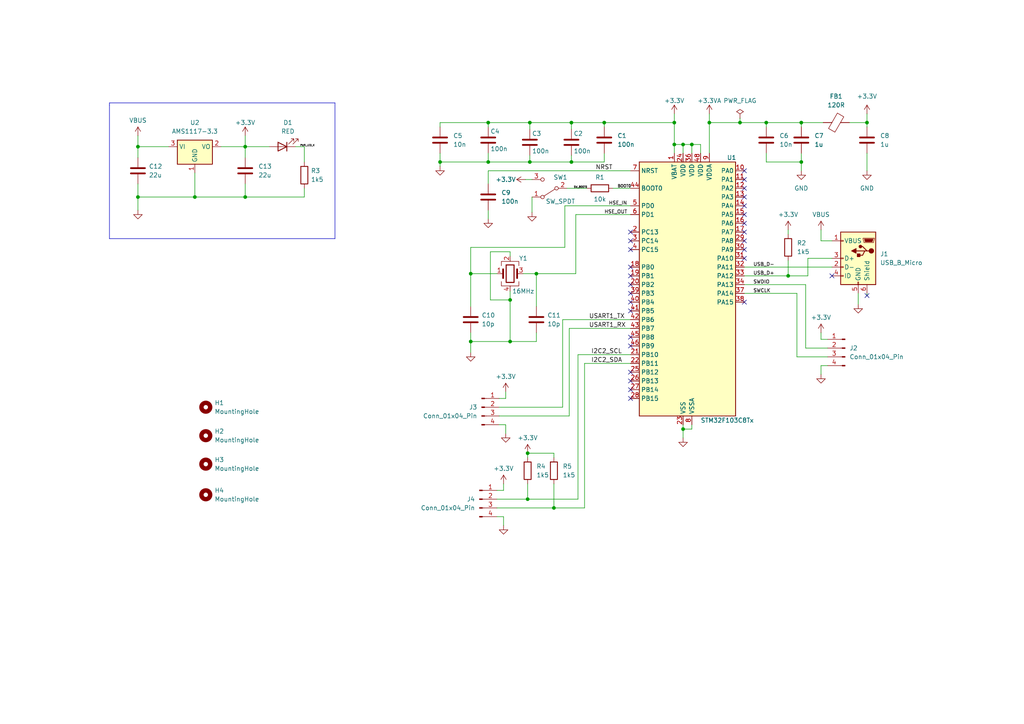
<source format=kicad_sch>
(kicad_sch (version 20230121) (generator eeschema)

  (uuid b9b939b1-3420-41a4-8c15-783e71ff11dd)

  (paper "A4")

  (title_block
    (title "STM32_BRK_OUT")
    (date "2025-09-28")
    (rev "0.1")
  )

  (lib_symbols
    (symbol "+3.3V_1" (power) (pin_names (offset 0) hide) (in_bom yes) (on_board yes)
      (property "Reference" "#PWR" (at 0 -3.81 0)
        (effects (font (size 1.27 1.27)) hide)
      )
      (property "Value" "+3.3V_1" (at 0 3.556 0)
        (effects (font (size 1.27 1.27)))
      )
      (property "Footprint" "" (at 0 0 0)
        (effects (font (size 1.27 1.27)) hide)
      )
      (property "Datasheet" "" (at 0 0 0)
        (effects (font (size 1.27 1.27)) hide)
      )
      (property "ki_keywords" "global power" (at 0 0 0)
        (effects (font (size 1.27 1.27)) hide)
      )
      (property "ki_description" "Power symbol creates a global label with name \"+3.3V\"" (at 0 0 0)
        (effects (font (size 1.27 1.27)) hide)
      )
      (symbol "+3.3V_1_0_1"
        (polyline
          (pts
            (xy -0.762 1.27)
            (xy 0 2.54)
          )
          (stroke (width 0) (type default))
          (fill (type none))
        )
        (polyline
          (pts
            (xy 0 0)
            (xy 0 2.54)
          )
          (stroke (width 0) (type default))
          (fill (type none))
        )
        (polyline
          (pts
            (xy 0 2.54)
            (xy 0.762 1.27)
          )
          (stroke (width 0) (type default))
          (fill (type none))
        )
      )
      (symbol "+3.3V_1_1_1"
        (pin power_in line (at 0 0 90) (length 0) hide
          (name "+3.3V" (effects (font (size 1.27 1.27))))
          (number "1" (effects (font (size 1.27 1.27))))
        )
      )
    )
    (symbol "+3.3V_2" (power) (pin_names (offset 0) hide) (in_bom yes) (on_board yes)
      (property "Reference" "#PWR" (at 0 -3.81 0)
        (effects (font (size 1.27 1.27)) hide)
      )
      (property "Value" "+3.3V_2" (at 0 3.556 0)
        (effects (font (size 1.27 1.27)))
      )
      (property "Footprint" "" (at 0 0 0)
        (effects (font (size 1.27 1.27)) hide)
      )
      (property "Datasheet" "" (at 0 0 0)
        (effects (font (size 1.27 1.27)) hide)
      )
      (property "ki_keywords" "global power" (at 0 0 0)
        (effects (font (size 1.27 1.27)) hide)
      )
      (property "ki_description" "Power symbol creates a global label with name \"+3.3V\"" (at 0 0 0)
        (effects (font (size 1.27 1.27)) hide)
      )
      (symbol "+3.3V_2_0_1"
        (polyline
          (pts
            (xy -0.762 1.27)
            (xy 0 2.54)
          )
          (stroke (width 0) (type default))
          (fill (type none))
        )
        (polyline
          (pts
            (xy 0 0)
            (xy 0 2.54)
          )
          (stroke (width 0) (type default))
          (fill (type none))
        )
        (polyline
          (pts
            (xy 0 2.54)
            (xy 0.762 1.27)
          )
          (stroke (width 0) (type default))
          (fill (type none))
        )
      )
      (symbol "+3.3V_2_1_1"
        (pin power_in line (at 0 0 90) (length 0) hide
          (name "+3.3V" (effects (font (size 1.27 1.27))))
          (number "1" (effects (font (size 1.27 1.27))))
        )
      )
    )
    (symbol "+3.3V_3" (power) (pin_names (offset 0) hide) (in_bom yes) (on_board yes)
      (property "Reference" "#PWR" (at 0 -3.81 0)
        (effects (font (size 1.27 1.27)) hide)
      )
      (property "Value" "+3.3V_3" (at 0 3.556 0)
        (effects (font (size 1.27 1.27)))
      )
      (property "Footprint" "" (at 0 0 0)
        (effects (font (size 1.27 1.27)) hide)
      )
      (property "Datasheet" "" (at 0 0 0)
        (effects (font (size 1.27 1.27)) hide)
      )
      (property "ki_keywords" "global power" (at 0 0 0)
        (effects (font (size 1.27 1.27)) hide)
      )
      (property "ki_description" "Power symbol creates a global label with name \"+3.3V\"" (at 0 0 0)
        (effects (font (size 1.27 1.27)) hide)
      )
      (symbol "+3.3V_3_0_1"
        (polyline
          (pts
            (xy -0.762 1.27)
            (xy 0 2.54)
          )
          (stroke (width 0) (type default))
          (fill (type none))
        )
        (polyline
          (pts
            (xy 0 0)
            (xy 0 2.54)
          )
          (stroke (width 0) (type default))
          (fill (type none))
        )
        (polyline
          (pts
            (xy 0 2.54)
            (xy 0.762 1.27)
          )
          (stroke (width 0) (type default))
          (fill (type none))
        )
      )
      (symbol "+3.3V_3_1_1"
        (pin power_in line (at 0 0 90) (length 0) hide
          (name "+3.3V" (effects (font (size 1.27 1.27))))
          (number "1" (effects (font (size 1.27 1.27))))
        )
      )
    )
    (symbol "Connector:Conn_01x04_Pin" (pin_names (offset 1.016) hide) (in_bom yes) (on_board yes)
      (property "Reference" "J" (at 0 5.08 0)
        (effects (font (size 1.27 1.27)))
      )
      (property "Value" "Conn_01x04_Pin" (at 0 -7.62 0)
        (effects (font (size 1.27 1.27)))
      )
      (property "Footprint" "" (at 0 0 0)
        (effects (font (size 1.27 1.27)) hide)
      )
      (property "Datasheet" "~" (at 0 0 0)
        (effects (font (size 1.27 1.27)) hide)
      )
      (property "ki_locked" "" (at 0 0 0)
        (effects (font (size 1.27 1.27)))
      )
      (property "ki_keywords" "connector" (at 0 0 0)
        (effects (font (size 1.27 1.27)) hide)
      )
      (property "ki_description" "Generic connector, single row, 01x04, script generated" (at 0 0 0)
        (effects (font (size 1.27 1.27)) hide)
      )
      (property "ki_fp_filters" "Connector*:*_1x??_*" (at 0 0 0)
        (effects (font (size 1.27 1.27)) hide)
      )
      (symbol "Conn_01x04_Pin_1_1"
        (polyline
          (pts
            (xy 1.27 -5.08)
            (xy 0.8636 -5.08)
          )
          (stroke (width 0.1524) (type default))
          (fill (type none))
        )
        (polyline
          (pts
            (xy 1.27 -2.54)
            (xy 0.8636 -2.54)
          )
          (stroke (width 0.1524) (type default))
          (fill (type none))
        )
        (polyline
          (pts
            (xy 1.27 0)
            (xy 0.8636 0)
          )
          (stroke (width 0.1524) (type default))
          (fill (type none))
        )
        (polyline
          (pts
            (xy 1.27 2.54)
            (xy 0.8636 2.54)
          )
          (stroke (width 0.1524) (type default))
          (fill (type none))
        )
        (rectangle (start 0.8636 -4.953) (end 0 -5.207)
          (stroke (width 0.1524) (type default))
          (fill (type outline))
        )
        (rectangle (start 0.8636 -2.413) (end 0 -2.667)
          (stroke (width 0.1524) (type default))
          (fill (type outline))
        )
        (rectangle (start 0.8636 0.127) (end 0 -0.127)
          (stroke (width 0.1524) (type default))
          (fill (type outline))
        )
        (rectangle (start 0.8636 2.667) (end 0 2.413)
          (stroke (width 0.1524) (type default))
          (fill (type outline))
        )
        (pin passive line (at 5.08 2.54 180) (length 3.81)
          (name "Pin_1" (effects (font (size 1.27 1.27))))
          (number "1" (effects (font (size 1.27 1.27))))
        )
        (pin passive line (at 5.08 0 180) (length 3.81)
          (name "Pin_2" (effects (font (size 1.27 1.27))))
          (number "2" (effects (font (size 1.27 1.27))))
        )
        (pin passive line (at 5.08 -2.54 180) (length 3.81)
          (name "Pin_3" (effects (font (size 1.27 1.27))))
          (number "3" (effects (font (size 1.27 1.27))))
        )
        (pin passive line (at 5.08 -5.08 180) (length 3.81)
          (name "Pin_4" (effects (font (size 1.27 1.27))))
          (number "4" (effects (font (size 1.27 1.27))))
        )
      )
    )
    (symbol "Connector:USB_B_Micro" (pin_names (offset 1.016)) (in_bom yes) (on_board yes)
      (property "Reference" "J" (at -5.08 11.43 0)
        (effects (font (size 1.27 1.27)) (justify left))
      )
      (property "Value" "USB_B_Micro" (at -5.08 8.89 0)
        (effects (font (size 1.27 1.27)) (justify left))
      )
      (property "Footprint" "" (at 3.81 -1.27 0)
        (effects (font (size 1.27 1.27)) hide)
      )
      (property "Datasheet" "~" (at 3.81 -1.27 0)
        (effects (font (size 1.27 1.27)) hide)
      )
      (property "ki_keywords" "connector USB micro" (at 0 0 0)
        (effects (font (size 1.27 1.27)) hide)
      )
      (property "ki_description" "USB Micro Type B connector" (at 0 0 0)
        (effects (font (size 1.27 1.27)) hide)
      )
      (property "ki_fp_filters" "USB*" (at 0 0 0)
        (effects (font (size 1.27 1.27)) hide)
      )
      (symbol "USB_B_Micro_0_1"
        (rectangle (start -5.08 -7.62) (end 5.08 7.62)
          (stroke (width 0.254) (type default))
          (fill (type background))
        )
        (circle (center -3.81 2.159) (radius 0.635)
          (stroke (width 0.254) (type default))
          (fill (type outline))
        )
        (circle (center -0.635 3.429) (radius 0.381)
          (stroke (width 0.254) (type default))
          (fill (type outline))
        )
        (rectangle (start -0.127 -7.62) (end 0.127 -6.858)
          (stroke (width 0) (type default))
          (fill (type none))
        )
        (polyline
          (pts
            (xy -1.905 2.159)
            (xy 0.635 2.159)
          )
          (stroke (width 0.254) (type default))
          (fill (type none))
        )
        (polyline
          (pts
            (xy -3.175 2.159)
            (xy -2.54 2.159)
            (xy -1.27 3.429)
            (xy -0.635 3.429)
          )
          (stroke (width 0.254) (type default))
          (fill (type none))
        )
        (polyline
          (pts
            (xy -2.54 2.159)
            (xy -1.905 2.159)
            (xy -1.27 0.889)
            (xy 0 0.889)
          )
          (stroke (width 0.254) (type default))
          (fill (type none))
        )
        (polyline
          (pts
            (xy 0.635 2.794)
            (xy 0.635 1.524)
            (xy 1.905 2.159)
            (xy 0.635 2.794)
          )
          (stroke (width 0.254) (type default))
          (fill (type outline))
        )
        (polyline
          (pts
            (xy -4.318 5.588)
            (xy -1.778 5.588)
            (xy -2.032 4.826)
            (xy -4.064 4.826)
            (xy -4.318 5.588)
          )
          (stroke (width 0) (type default))
          (fill (type outline))
        )
        (polyline
          (pts
            (xy -4.699 5.842)
            (xy -4.699 5.588)
            (xy -4.445 4.826)
            (xy -4.445 4.572)
            (xy -1.651 4.572)
            (xy -1.651 4.826)
            (xy -1.397 5.588)
            (xy -1.397 5.842)
            (xy -4.699 5.842)
          )
          (stroke (width 0) (type default))
          (fill (type none))
        )
        (rectangle (start 0.254 1.27) (end -0.508 0.508)
          (stroke (width 0.254) (type default))
          (fill (type outline))
        )
        (rectangle (start 5.08 -5.207) (end 4.318 -4.953)
          (stroke (width 0) (type default))
          (fill (type none))
        )
        (rectangle (start 5.08 -2.667) (end 4.318 -2.413)
          (stroke (width 0) (type default))
          (fill (type none))
        )
        (rectangle (start 5.08 -0.127) (end 4.318 0.127)
          (stroke (width 0) (type default))
          (fill (type none))
        )
        (rectangle (start 5.08 4.953) (end 4.318 5.207)
          (stroke (width 0) (type default))
          (fill (type none))
        )
      )
      (symbol "USB_B_Micro_1_1"
        (pin power_out line (at 7.62 5.08 180) (length 2.54)
          (name "VBUS" (effects (font (size 1.27 1.27))))
          (number "1" (effects (font (size 1.27 1.27))))
        )
        (pin bidirectional line (at 7.62 -2.54 180) (length 2.54)
          (name "D-" (effects (font (size 1.27 1.27))))
          (number "2" (effects (font (size 1.27 1.27))))
        )
        (pin bidirectional line (at 7.62 0 180) (length 2.54)
          (name "D+" (effects (font (size 1.27 1.27))))
          (number "3" (effects (font (size 1.27 1.27))))
        )
        (pin passive line (at 7.62 -5.08 180) (length 2.54)
          (name "ID" (effects (font (size 1.27 1.27))))
          (number "4" (effects (font (size 1.27 1.27))))
        )
        (pin power_out line (at 0 -10.16 90) (length 2.54)
          (name "GND" (effects (font (size 1.27 1.27))))
          (number "5" (effects (font (size 1.27 1.27))))
        )
        (pin passive line (at -2.54 -10.16 90) (length 2.54)
          (name "Shield" (effects (font (size 1.27 1.27))))
          (number "6" (effects (font (size 1.27 1.27))))
        )
      )
    )
    (symbol "Device:C" (pin_numbers hide) (pin_names (offset 0.254)) (in_bom yes) (on_board yes)
      (property "Reference" "C" (at 0.635 2.54 0)
        (effects (font (size 1.27 1.27)) (justify left))
      )
      (property "Value" "C" (at 0.635 -2.54 0)
        (effects (font (size 1.27 1.27)) (justify left))
      )
      (property "Footprint" "" (at 0.9652 -3.81 0)
        (effects (font (size 1.27 1.27)) hide)
      )
      (property "Datasheet" "~" (at 0 0 0)
        (effects (font (size 1.27 1.27)) hide)
      )
      (property "ki_keywords" "cap capacitor" (at 0 0 0)
        (effects (font (size 1.27 1.27)) hide)
      )
      (property "ki_description" "Unpolarized capacitor" (at 0 0 0)
        (effects (font (size 1.27 1.27)) hide)
      )
      (property "ki_fp_filters" "C_*" (at 0 0 0)
        (effects (font (size 1.27 1.27)) hide)
      )
      (symbol "C_0_1"
        (polyline
          (pts
            (xy -2.032 -0.762)
            (xy 2.032 -0.762)
          )
          (stroke (width 0.508) (type default))
          (fill (type none))
        )
        (polyline
          (pts
            (xy -2.032 0.762)
            (xy 2.032 0.762)
          )
          (stroke (width 0.508) (type default))
          (fill (type none))
        )
      )
      (symbol "C_1_1"
        (pin passive line (at 0 3.81 270) (length 2.794)
          (name "~" (effects (font (size 1.27 1.27))))
          (number "1" (effects (font (size 1.27 1.27))))
        )
        (pin passive line (at 0 -3.81 90) (length 2.794)
          (name "~" (effects (font (size 1.27 1.27))))
          (number "2" (effects (font (size 1.27 1.27))))
        )
      )
    )
    (symbol "Device:Crystal_GND24" (pin_names (offset 1.016) hide) (in_bom yes) (on_board yes)
      (property "Reference" "Y" (at 3.175 5.08 0)
        (effects (font (size 1.27 1.27)) (justify left))
      )
      (property "Value" "Crystal_GND24" (at 3.175 3.175 0)
        (effects (font (size 1.27 1.27)) (justify left))
      )
      (property "Footprint" "" (at 0 0 0)
        (effects (font (size 1.27 1.27)) hide)
      )
      (property "Datasheet" "~" (at 0 0 0)
        (effects (font (size 1.27 1.27)) hide)
      )
      (property "ki_keywords" "quartz ceramic resonator oscillator" (at 0 0 0)
        (effects (font (size 1.27 1.27)) hide)
      )
      (property "ki_description" "Four pin crystal, GND on pins 2 and 4" (at 0 0 0)
        (effects (font (size 1.27 1.27)) hide)
      )
      (property "ki_fp_filters" "Crystal*" (at 0 0 0)
        (effects (font (size 1.27 1.27)) hide)
      )
      (symbol "Crystal_GND24_0_1"
        (rectangle (start -1.143 2.54) (end 1.143 -2.54)
          (stroke (width 0.3048) (type default))
          (fill (type none))
        )
        (polyline
          (pts
            (xy -2.54 0)
            (xy -2.032 0)
          )
          (stroke (width 0) (type default))
          (fill (type none))
        )
        (polyline
          (pts
            (xy -2.032 -1.27)
            (xy -2.032 1.27)
          )
          (stroke (width 0.508) (type default))
          (fill (type none))
        )
        (polyline
          (pts
            (xy 0 -3.81)
            (xy 0 -3.556)
          )
          (stroke (width 0) (type default))
          (fill (type none))
        )
        (polyline
          (pts
            (xy 0 3.556)
            (xy 0 3.81)
          )
          (stroke (width 0) (type default))
          (fill (type none))
        )
        (polyline
          (pts
            (xy 2.032 -1.27)
            (xy 2.032 1.27)
          )
          (stroke (width 0.508) (type default))
          (fill (type none))
        )
        (polyline
          (pts
            (xy 2.032 0)
            (xy 2.54 0)
          )
          (stroke (width 0) (type default))
          (fill (type none))
        )
        (polyline
          (pts
            (xy -2.54 -2.286)
            (xy -2.54 -3.556)
            (xy 2.54 -3.556)
            (xy 2.54 -2.286)
          )
          (stroke (width 0) (type default))
          (fill (type none))
        )
        (polyline
          (pts
            (xy -2.54 2.286)
            (xy -2.54 3.556)
            (xy 2.54 3.556)
            (xy 2.54 2.286)
          )
          (stroke (width 0) (type default))
          (fill (type none))
        )
      )
      (symbol "Crystal_GND24_1_1"
        (pin passive line (at -3.81 0 0) (length 1.27)
          (name "1" (effects (font (size 1.27 1.27))))
          (number "1" (effects (font (size 1.27 1.27))))
        )
        (pin passive line (at 0 5.08 270) (length 1.27)
          (name "2" (effects (font (size 1.27 1.27))))
          (number "2" (effects (font (size 1.27 1.27))))
        )
        (pin passive line (at 3.81 0 180) (length 1.27)
          (name "3" (effects (font (size 1.27 1.27))))
          (number "3" (effects (font (size 1.27 1.27))))
        )
        (pin passive line (at 0 -5.08 90) (length 1.27)
          (name "4" (effects (font (size 1.27 1.27))))
          (number "4" (effects (font (size 1.27 1.27))))
        )
      )
    )
    (symbol "Device:FerriteBead" (pin_numbers hide) (pin_names (offset 0)) (in_bom yes) (on_board yes)
      (property "Reference" "FB" (at -3.81 0.635 90)
        (effects (font (size 1.27 1.27)))
      )
      (property "Value" "FerriteBead" (at 3.81 0 90)
        (effects (font (size 1.27 1.27)))
      )
      (property "Footprint" "" (at -1.778 0 90)
        (effects (font (size 1.27 1.27)) hide)
      )
      (property "Datasheet" "~" (at 0 0 0)
        (effects (font (size 1.27 1.27)) hide)
      )
      (property "ki_keywords" "L ferrite bead inductor filter" (at 0 0 0)
        (effects (font (size 1.27 1.27)) hide)
      )
      (property "ki_description" "Ferrite bead" (at 0 0 0)
        (effects (font (size 1.27 1.27)) hide)
      )
      (property "ki_fp_filters" "Inductor_* L_* *Ferrite*" (at 0 0 0)
        (effects (font (size 1.27 1.27)) hide)
      )
      (symbol "FerriteBead_0_1"
        (polyline
          (pts
            (xy 0 -1.27)
            (xy 0 -1.2192)
          )
          (stroke (width 0) (type default))
          (fill (type none))
        )
        (polyline
          (pts
            (xy 0 1.27)
            (xy 0 1.2954)
          )
          (stroke (width 0) (type default))
          (fill (type none))
        )
        (polyline
          (pts
            (xy -2.7686 0.4064)
            (xy -1.7018 2.2606)
            (xy 2.7686 -0.3048)
            (xy 1.6764 -2.159)
            (xy -2.7686 0.4064)
          )
          (stroke (width 0) (type default))
          (fill (type none))
        )
      )
      (symbol "FerriteBead_1_1"
        (pin passive line (at 0 3.81 270) (length 2.54)
          (name "~" (effects (font (size 1.27 1.27))))
          (number "1" (effects (font (size 1.27 1.27))))
        )
        (pin passive line (at 0 -3.81 90) (length 2.54)
          (name "~" (effects (font (size 1.27 1.27))))
          (number "2" (effects (font (size 1.27 1.27))))
        )
      )
    )
    (symbol "Device:LED" (pin_numbers hide) (pin_names (offset 1.016) hide) (in_bom yes) (on_board yes)
      (property "Reference" "D" (at 0 2.54 0)
        (effects (font (size 1.27 1.27)))
      )
      (property "Value" "LED" (at 0 -2.54 0)
        (effects (font (size 1.27 1.27)))
      )
      (property "Footprint" "" (at 0 0 0)
        (effects (font (size 1.27 1.27)) hide)
      )
      (property "Datasheet" "~" (at 0 0 0)
        (effects (font (size 1.27 1.27)) hide)
      )
      (property "ki_keywords" "LED diode" (at 0 0 0)
        (effects (font (size 1.27 1.27)) hide)
      )
      (property "ki_description" "Light emitting diode" (at 0 0 0)
        (effects (font (size 1.27 1.27)) hide)
      )
      (property "ki_fp_filters" "LED* LED_SMD:* LED_THT:*" (at 0 0 0)
        (effects (font (size 1.27 1.27)) hide)
      )
      (symbol "LED_0_1"
        (polyline
          (pts
            (xy -1.27 -1.27)
            (xy -1.27 1.27)
          )
          (stroke (width 0.254) (type default))
          (fill (type none))
        )
        (polyline
          (pts
            (xy -1.27 0)
            (xy 1.27 0)
          )
          (stroke (width 0) (type default))
          (fill (type none))
        )
        (polyline
          (pts
            (xy 1.27 -1.27)
            (xy 1.27 1.27)
            (xy -1.27 0)
            (xy 1.27 -1.27)
          )
          (stroke (width 0.254) (type default))
          (fill (type none))
        )
        (polyline
          (pts
            (xy -3.048 -0.762)
            (xy -4.572 -2.286)
            (xy -3.81 -2.286)
            (xy -4.572 -2.286)
            (xy -4.572 -1.524)
          )
          (stroke (width 0) (type default))
          (fill (type none))
        )
        (polyline
          (pts
            (xy -1.778 -0.762)
            (xy -3.302 -2.286)
            (xy -2.54 -2.286)
            (xy -3.302 -2.286)
            (xy -3.302 -1.524)
          )
          (stroke (width 0) (type default))
          (fill (type none))
        )
      )
      (symbol "LED_1_1"
        (pin passive line (at -3.81 0 0) (length 2.54)
          (name "K" (effects (font (size 1.27 1.27))))
          (number "1" (effects (font (size 1.27 1.27))))
        )
        (pin passive line (at 3.81 0 180) (length 2.54)
          (name "A" (effects (font (size 1.27 1.27))))
          (number "2" (effects (font (size 1.27 1.27))))
        )
      )
    )
    (symbol "Device:R" (pin_numbers hide) (pin_names (offset 0)) (in_bom yes) (on_board yes)
      (property "Reference" "R" (at 2.032 0 90)
        (effects (font (size 1.27 1.27)))
      )
      (property "Value" "R" (at 0 0 90)
        (effects (font (size 1.27 1.27)))
      )
      (property "Footprint" "" (at -1.778 0 90)
        (effects (font (size 1.27 1.27)) hide)
      )
      (property "Datasheet" "~" (at 0 0 0)
        (effects (font (size 1.27 1.27)) hide)
      )
      (property "ki_keywords" "R res resistor" (at 0 0 0)
        (effects (font (size 1.27 1.27)) hide)
      )
      (property "ki_description" "Resistor" (at 0 0 0)
        (effects (font (size 1.27 1.27)) hide)
      )
      (property "ki_fp_filters" "R_*" (at 0 0 0)
        (effects (font (size 1.27 1.27)) hide)
      )
      (symbol "R_0_1"
        (rectangle (start -1.016 -2.54) (end 1.016 2.54)
          (stroke (width 0.254) (type default))
          (fill (type none))
        )
      )
      (symbol "R_1_1"
        (pin passive line (at 0 3.81 270) (length 1.27)
          (name "~" (effects (font (size 1.27 1.27))))
          (number "1" (effects (font (size 1.27 1.27))))
        )
        (pin passive line (at 0 -3.81 90) (length 1.27)
          (name "~" (effects (font (size 1.27 1.27))))
          (number "2" (effects (font (size 1.27 1.27))))
        )
      )
    )
    (symbol "GND_1" (power) (pin_names (offset 0) hide) (in_bom yes) (on_board yes)
      (property "Reference" "#PWR" (at 0 -6.35 0)
        (effects (font (size 1.27 1.27)) hide)
      )
      (property "Value" "GND_1" (at 0 -3.81 0)
        (effects (font (size 1.27 1.27)))
      )
      (property "Footprint" "" (at 0 0 0)
        (effects (font (size 1.27 1.27)) hide)
      )
      (property "Datasheet" "" (at 0 0 0)
        (effects (font (size 1.27 1.27)) hide)
      )
      (property "ki_keywords" "global power" (at 0 0 0)
        (effects (font (size 1.27 1.27)) hide)
      )
      (property "ki_description" "Power symbol creates a global label with name \"GND\" , ground" (at 0 0 0)
        (effects (font (size 1.27 1.27)) hide)
      )
      (symbol "GND_1_0_1"
        (polyline
          (pts
            (xy 0 0)
            (xy 0 -1.27)
            (xy 1.27 -1.27)
            (xy 0 -2.54)
            (xy -1.27 -1.27)
            (xy 0 -1.27)
          )
          (stroke (width 0) (type default))
          (fill (type none))
        )
      )
      (symbol "GND_1_1_1"
        (pin power_in line (at 0 0 270) (length 0) hide
          (name "GND" (effects (font (size 1.27 1.27))))
          (number "1" (effects (font (size 1.27 1.27))))
        )
      )
    )
    (symbol "GND_2" (power) (pin_names (offset 0) hide) (in_bom yes) (on_board yes)
      (property "Reference" "#PWR" (at 0 -6.35 0)
        (effects (font (size 1.27 1.27)) hide)
      )
      (property "Value" "GND_2" (at 0 -3.81 0)
        (effects (font (size 1.27 1.27)))
      )
      (property "Footprint" "" (at 0 0 0)
        (effects (font (size 1.27 1.27)) hide)
      )
      (property "Datasheet" "" (at 0 0 0)
        (effects (font (size 1.27 1.27)) hide)
      )
      (property "ki_keywords" "global power" (at 0 0 0)
        (effects (font (size 1.27 1.27)) hide)
      )
      (property "ki_description" "Power symbol creates a global label with name \"GND\" , ground" (at 0 0 0)
        (effects (font (size 1.27 1.27)) hide)
      )
      (symbol "GND_2_0_1"
        (polyline
          (pts
            (xy 0 0)
            (xy 0 -1.27)
            (xy 1.27 -1.27)
            (xy 0 -2.54)
            (xy -1.27 -1.27)
            (xy 0 -1.27)
          )
          (stroke (width 0) (type default))
          (fill (type none))
        )
      )
      (symbol "GND_2_1_1"
        (pin power_in line (at 0 0 270) (length 0) hide
          (name "GND" (effects (font (size 1.27 1.27))))
          (number "1" (effects (font (size 1.27 1.27))))
        )
      )
    )
    (symbol "GND_3" (power) (pin_names (offset 0) hide) (in_bom yes) (on_board yes)
      (property "Reference" "#PWR" (at 0 -6.35 0)
        (effects (font (size 1.27 1.27)) hide)
      )
      (property "Value" "GND_3" (at 0 -3.81 0)
        (effects (font (size 1.27 1.27)))
      )
      (property "Footprint" "" (at 0 0 0)
        (effects (font (size 1.27 1.27)) hide)
      )
      (property "Datasheet" "" (at 0 0 0)
        (effects (font (size 1.27 1.27)) hide)
      )
      (property "ki_keywords" "global power" (at 0 0 0)
        (effects (font (size 1.27 1.27)) hide)
      )
      (property "ki_description" "Power symbol creates a global label with name \"GND\" , ground" (at 0 0 0)
        (effects (font (size 1.27 1.27)) hide)
      )
      (symbol "GND_3_0_1"
        (polyline
          (pts
            (xy 0 0)
            (xy 0 -1.27)
            (xy 1.27 -1.27)
            (xy 0 -2.54)
            (xy -1.27 -1.27)
            (xy 0 -1.27)
          )
          (stroke (width 0) (type default))
          (fill (type none))
        )
      )
      (symbol "GND_3_1_1"
        (pin power_in line (at 0 0 270) (length 0) hide
          (name "GND" (effects (font (size 1.27 1.27))))
          (number "1" (effects (font (size 1.27 1.27))))
        )
      )
    )
    (symbol "GND_4" (power) (pin_names (offset 0) hide) (in_bom yes) (on_board yes)
      (property "Reference" "#PWR" (at 0 -6.35 0)
        (effects (font (size 1.27 1.27)) hide)
      )
      (property "Value" "GND_4" (at 0 -3.81 0)
        (effects (font (size 1.27 1.27)))
      )
      (property "Footprint" "" (at 0 0 0)
        (effects (font (size 1.27 1.27)) hide)
      )
      (property "Datasheet" "" (at 0 0 0)
        (effects (font (size 1.27 1.27)) hide)
      )
      (property "ki_keywords" "global power" (at 0 0 0)
        (effects (font (size 1.27 1.27)) hide)
      )
      (property "ki_description" "Power symbol creates a global label with name \"GND\" , ground" (at 0 0 0)
        (effects (font (size 1.27 1.27)) hide)
      )
      (symbol "GND_4_0_1"
        (polyline
          (pts
            (xy 0 0)
            (xy 0 -1.27)
            (xy 1.27 -1.27)
            (xy 0 -2.54)
            (xy -1.27 -1.27)
            (xy 0 -1.27)
          )
          (stroke (width 0) (type default))
          (fill (type none))
        )
      )
      (symbol "GND_4_1_1"
        (pin power_in line (at 0 0 270) (length 0) hide
          (name "GND" (effects (font (size 1.27 1.27))))
          (number "1" (effects (font (size 1.27 1.27))))
        )
      )
    )
    (symbol "MCU_ST_STM32F1:STM32F103C8Tx" (in_bom yes) (on_board yes)
      (property "Reference" "U" (at -12.7 39.37 0)
        (effects (font (size 1.27 1.27)) (justify left))
      )
      (property "Value" "STM32F103C8Tx" (at 10.16 39.37 0)
        (effects (font (size 1.27 1.27)) (justify left))
      )
      (property "Footprint" "Package_QFP:LQFP-48_7x7mm_P0.5mm" (at -12.7 -35.56 0)
        (effects (font (size 1.27 1.27)) (justify right) hide)
      )
      (property "Datasheet" "https://www.st.com/resource/en/datasheet/stm32f103c8.pdf" (at 0 0 0)
        (effects (font (size 1.27 1.27)) hide)
      )
      (property "ki_locked" "" (at 0 0 0)
        (effects (font (size 1.27 1.27)))
      )
      (property "ki_keywords" "Arm Cortex-M3 STM32F1 STM32F103" (at 0 0 0)
        (effects (font (size 1.27 1.27)) hide)
      )
      (property "ki_description" "STMicroelectronics Arm Cortex-M3 MCU, 64KB flash, 20KB RAM, 72 MHz, 2.0-3.6V, 37 GPIO, LQFP48" (at 0 0 0)
        (effects (font (size 1.27 1.27)) hide)
      )
      (property "ki_fp_filters" "LQFP*7x7mm*P0.5mm*" (at 0 0 0)
        (effects (font (size 1.27 1.27)) hide)
      )
      (symbol "STM32F103C8Tx_0_1"
        (rectangle (start -12.7 -35.56) (end 15.24 38.1)
          (stroke (width 0.254) (type default))
          (fill (type background))
        )
      )
      (symbol "STM32F103C8Tx_1_1"
        (pin power_in line (at -2.54 40.64 270) (length 2.54)
          (name "VBAT" (effects (font (size 1.27 1.27))))
          (number "1" (effects (font (size 1.27 1.27))))
        )
        (pin bidirectional line (at 17.78 35.56 180) (length 2.54)
          (name "PA0" (effects (font (size 1.27 1.27))))
          (number "10" (effects (font (size 1.27 1.27))))
          (alternate "ADC1_IN0" bidirectional line)
          (alternate "ADC2_IN0" bidirectional line)
          (alternate "SYS_WKUP" bidirectional line)
          (alternate "TIM2_CH1" bidirectional line)
          (alternate "TIM2_ETR" bidirectional line)
          (alternate "USART2_CTS" bidirectional line)
        )
        (pin bidirectional line (at 17.78 33.02 180) (length 2.54)
          (name "PA1" (effects (font (size 1.27 1.27))))
          (number "11" (effects (font (size 1.27 1.27))))
          (alternate "ADC1_IN1" bidirectional line)
          (alternate "ADC2_IN1" bidirectional line)
          (alternate "TIM2_CH2" bidirectional line)
          (alternate "USART2_RTS" bidirectional line)
        )
        (pin bidirectional line (at 17.78 30.48 180) (length 2.54)
          (name "PA2" (effects (font (size 1.27 1.27))))
          (number "12" (effects (font (size 1.27 1.27))))
          (alternate "ADC1_IN2" bidirectional line)
          (alternate "ADC2_IN2" bidirectional line)
          (alternate "TIM2_CH3" bidirectional line)
          (alternate "USART2_TX" bidirectional line)
        )
        (pin bidirectional line (at 17.78 27.94 180) (length 2.54)
          (name "PA3" (effects (font (size 1.27 1.27))))
          (number "13" (effects (font (size 1.27 1.27))))
          (alternate "ADC1_IN3" bidirectional line)
          (alternate "ADC2_IN3" bidirectional line)
          (alternate "TIM2_CH4" bidirectional line)
          (alternate "USART2_RX" bidirectional line)
        )
        (pin bidirectional line (at 17.78 25.4 180) (length 2.54)
          (name "PA4" (effects (font (size 1.27 1.27))))
          (number "14" (effects (font (size 1.27 1.27))))
          (alternate "ADC1_IN4" bidirectional line)
          (alternate "ADC2_IN4" bidirectional line)
          (alternate "SPI1_NSS" bidirectional line)
          (alternate "USART2_CK" bidirectional line)
        )
        (pin bidirectional line (at 17.78 22.86 180) (length 2.54)
          (name "PA5" (effects (font (size 1.27 1.27))))
          (number "15" (effects (font (size 1.27 1.27))))
          (alternate "ADC1_IN5" bidirectional line)
          (alternate "ADC2_IN5" bidirectional line)
          (alternate "SPI1_SCK" bidirectional line)
        )
        (pin bidirectional line (at 17.78 20.32 180) (length 2.54)
          (name "PA6" (effects (font (size 1.27 1.27))))
          (number "16" (effects (font (size 1.27 1.27))))
          (alternate "ADC1_IN6" bidirectional line)
          (alternate "ADC2_IN6" bidirectional line)
          (alternate "SPI1_MISO" bidirectional line)
          (alternate "TIM1_BKIN" bidirectional line)
          (alternate "TIM3_CH1" bidirectional line)
        )
        (pin bidirectional line (at 17.78 17.78 180) (length 2.54)
          (name "PA7" (effects (font (size 1.27 1.27))))
          (number "17" (effects (font (size 1.27 1.27))))
          (alternate "ADC1_IN7" bidirectional line)
          (alternate "ADC2_IN7" bidirectional line)
          (alternate "SPI1_MOSI" bidirectional line)
          (alternate "TIM1_CH1N" bidirectional line)
          (alternate "TIM3_CH2" bidirectional line)
        )
        (pin bidirectional line (at -15.24 7.62 0) (length 2.54)
          (name "PB0" (effects (font (size 1.27 1.27))))
          (number "18" (effects (font (size 1.27 1.27))))
          (alternate "ADC1_IN8" bidirectional line)
          (alternate "ADC2_IN8" bidirectional line)
          (alternate "TIM1_CH2N" bidirectional line)
          (alternate "TIM3_CH3" bidirectional line)
        )
        (pin bidirectional line (at -15.24 5.08 0) (length 2.54)
          (name "PB1" (effects (font (size 1.27 1.27))))
          (number "19" (effects (font (size 1.27 1.27))))
          (alternate "ADC1_IN9" bidirectional line)
          (alternate "ADC2_IN9" bidirectional line)
          (alternate "TIM1_CH3N" bidirectional line)
          (alternate "TIM3_CH4" bidirectional line)
        )
        (pin bidirectional line (at -15.24 17.78 0) (length 2.54)
          (name "PC13" (effects (font (size 1.27 1.27))))
          (number "2" (effects (font (size 1.27 1.27))))
          (alternate "RTC_OUT" bidirectional line)
          (alternate "RTC_TAMPER" bidirectional line)
        )
        (pin bidirectional line (at -15.24 2.54 0) (length 2.54)
          (name "PB2" (effects (font (size 1.27 1.27))))
          (number "20" (effects (font (size 1.27 1.27))))
        )
        (pin bidirectional line (at -15.24 -17.78 0) (length 2.54)
          (name "PB10" (effects (font (size 1.27 1.27))))
          (number "21" (effects (font (size 1.27 1.27))))
          (alternate "I2C2_SCL" bidirectional line)
          (alternate "TIM2_CH3" bidirectional line)
          (alternate "USART3_TX" bidirectional line)
        )
        (pin bidirectional line (at -15.24 -20.32 0) (length 2.54)
          (name "PB11" (effects (font (size 1.27 1.27))))
          (number "22" (effects (font (size 1.27 1.27))))
          (alternate "ADC1_EXTI11" bidirectional line)
          (alternate "ADC2_EXTI11" bidirectional line)
          (alternate "I2C2_SDA" bidirectional line)
          (alternate "TIM2_CH4" bidirectional line)
          (alternate "USART3_RX" bidirectional line)
        )
        (pin power_in line (at 0 -38.1 90) (length 2.54)
          (name "VSS" (effects (font (size 1.27 1.27))))
          (number "23" (effects (font (size 1.27 1.27))))
        )
        (pin power_in line (at 0 40.64 270) (length 2.54)
          (name "VDD" (effects (font (size 1.27 1.27))))
          (number "24" (effects (font (size 1.27 1.27))))
        )
        (pin bidirectional line (at -15.24 -22.86 0) (length 2.54)
          (name "PB12" (effects (font (size 1.27 1.27))))
          (number "25" (effects (font (size 1.27 1.27))))
          (alternate "I2C2_SMBA" bidirectional line)
          (alternate "SPI2_NSS" bidirectional line)
          (alternate "TIM1_BKIN" bidirectional line)
          (alternate "USART3_CK" bidirectional line)
        )
        (pin bidirectional line (at -15.24 -25.4 0) (length 2.54)
          (name "PB13" (effects (font (size 1.27 1.27))))
          (number "26" (effects (font (size 1.27 1.27))))
          (alternate "SPI2_SCK" bidirectional line)
          (alternate "TIM1_CH1N" bidirectional line)
          (alternate "USART3_CTS" bidirectional line)
        )
        (pin bidirectional line (at -15.24 -27.94 0) (length 2.54)
          (name "PB14" (effects (font (size 1.27 1.27))))
          (number "27" (effects (font (size 1.27 1.27))))
          (alternate "SPI2_MISO" bidirectional line)
          (alternate "TIM1_CH2N" bidirectional line)
          (alternate "USART3_RTS" bidirectional line)
        )
        (pin bidirectional line (at -15.24 -30.48 0) (length 2.54)
          (name "PB15" (effects (font (size 1.27 1.27))))
          (number "28" (effects (font (size 1.27 1.27))))
          (alternate "ADC1_EXTI15" bidirectional line)
          (alternate "ADC2_EXTI15" bidirectional line)
          (alternate "SPI2_MOSI" bidirectional line)
          (alternate "TIM1_CH3N" bidirectional line)
        )
        (pin bidirectional line (at 17.78 15.24 180) (length 2.54)
          (name "PA8" (effects (font (size 1.27 1.27))))
          (number "29" (effects (font (size 1.27 1.27))))
          (alternate "RCC_MCO" bidirectional line)
          (alternate "TIM1_CH1" bidirectional line)
          (alternate "USART1_CK" bidirectional line)
        )
        (pin bidirectional line (at -15.24 15.24 0) (length 2.54)
          (name "PC14" (effects (font (size 1.27 1.27))))
          (number "3" (effects (font (size 1.27 1.27))))
          (alternate "RCC_OSC32_IN" bidirectional line)
        )
        (pin bidirectional line (at 17.78 12.7 180) (length 2.54)
          (name "PA9" (effects (font (size 1.27 1.27))))
          (number "30" (effects (font (size 1.27 1.27))))
          (alternate "TIM1_CH2" bidirectional line)
          (alternate "USART1_TX" bidirectional line)
        )
        (pin bidirectional line (at 17.78 10.16 180) (length 2.54)
          (name "PA10" (effects (font (size 1.27 1.27))))
          (number "31" (effects (font (size 1.27 1.27))))
          (alternate "TIM1_CH3" bidirectional line)
          (alternate "USART1_RX" bidirectional line)
        )
        (pin bidirectional line (at 17.78 7.62 180) (length 2.54)
          (name "PA11" (effects (font (size 1.27 1.27))))
          (number "32" (effects (font (size 1.27 1.27))))
          (alternate "ADC1_EXTI11" bidirectional line)
          (alternate "ADC2_EXTI11" bidirectional line)
          (alternate "CAN_RX" bidirectional line)
          (alternate "TIM1_CH4" bidirectional line)
          (alternate "USART1_CTS" bidirectional line)
          (alternate "USB_DM" bidirectional line)
        )
        (pin bidirectional line (at 17.78 5.08 180) (length 2.54)
          (name "PA12" (effects (font (size 1.27 1.27))))
          (number "33" (effects (font (size 1.27 1.27))))
          (alternate "CAN_TX" bidirectional line)
          (alternate "TIM1_ETR" bidirectional line)
          (alternate "USART1_RTS" bidirectional line)
          (alternate "USB_DP" bidirectional line)
        )
        (pin bidirectional line (at 17.78 2.54 180) (length 2.54)
          (name "PA13" (effects (font (size 1.27 1.27))))
          (number "34" (effects (font (size 1.27 1.27))))
          (alternate "SYS_JTMS-SWDIO" bidirectional line)
        )
        (pin passive line (at 0 -38.1 90) (length 2.54) hide
          (name "VSS" (effects (font (size 1.27 1.27))))
          (number "35" (effects (font (size 1.27 1.27))))
        )
        (pin power_in line (at 2.54 40.64 270) (length 2.54)
          (name "VDD" (effects (font (size 1.27 1.27))))
          (number "36" (effects (font (size 1.27 1.27))))
        )
        (pin bidirectional line (at 17.78 0 180) (length 2.54)
          (name "PA14" (effects (font (size 1.27 1.27))))
          (number "37" (effects (font (size 1.27 1.27))))
          (alternate "SYS_JTCK-SWCLK" bidirectional line)
        )
        (pin bidirectional line (at 17.78 -2.54 180) (length 2.54)
          (name "PA15" (effects (font (size 1.27 1.27))))
          (number "38" (effects (font (size 1.27 1.27))))
          (alternate "ADC1_EXTI15" bidirectional line)
          (alternate "ADC2_EXTI15" bidirectional line)
          (alternate "SPI1_NSS" bidirectional line)
          (alternate "SYS_JTDI" bidirectional line)
          (alternate "TIM2_CH1" bidirectional line)
          (alternate "TIM2_ETR" bidirectional line)
        )
        (pin bidirectional line (at -15.24 0 0) (length 2.54)
          (name "PB3" (effects (font (size 1.27 1.27))))
          (number "39" (effects (font (size 1.27 1.27))))
          (alternate "SPI1_SCK" bidirectional line)
          (alternate "SYS_JTDO-TRACESWO" bidirectional line)
          (alternate "TIM2_CH2" bidirectional line)
        )
        (pin bidirectional line (at -15.24 12.7 0) (length 2.54)
          (name "PC15" (effects (font (size 1.27 1.27))))
          (number "4" (effects (font (size 1.27 1.27))))
          (alternate "ADC1_EXTI15" bidirectional line)
          (alternate "ADC2_EXTI15" bidirectional line)
          (alternate "RCC_OSC32_OUT" bidirectional line)
        )
        (pin bidirectional line (at -15.24 -2.54 0) (length 2.54)
          (name "PB4" (effects (font (size 1.27 1.27))))
          (number "40" (effects (font (size 1.27 1.27))))
          (alternate "SPI1_MISO" bidirectional line)
          (alternate "SYS_NJTRST" bidirectional line)
          (alternate "TIM3_CH1" bidirectional line)
        )
        (pin bidirectional line (at -15.24 -5.08 0) (length 2.54)
          (name "PB5" (effects (font (size 1.27 1.27))))
          (number "41" (effects (font (size 1.27 1.27))))
          (alternate "I2C1_SMBA" bidirectional line)
          (alternate "SPI1_MOSI" bidirectional line)
          (alternate "TIM3_CH2" bidirectional line)
        )
        (pin bidirectional line (at -15.24 -7.62 0) (length 2.54)
          (name "PB6" (effects (font (size 1.27 1.27))))
          (number "42" (effects (font (size 1.27 1.27))))
          (alternate "I2C1_SCL" bidirectional line)
          (alternate "TIM4_CH1" bidirectional line)
          (alternate "USART1_TX" bidirectional line)
        )
        (pin bidirectional line (at -15.24 -10.16 0) (length 2.54)
          (name "PB7" (effects (font (size 1.27 1.27))))
          (number "43" (effects (font (size 1.27 1.27))))
          (alternate "I2C1_SDA" bidirectional line)
          (alternate "TIM4_CH2" bidirectional line)
          (alternate "USART1_RX" bidirectional line)
        )
        (pin input line (at -15.24 30.48 0) (length 2.54)
          (name "BOOT0" (effects (font (size 1.27 1.27))))
          (number "44" (effects (font (size 1.27 1.27))))
        )
        (pin bidirectional line (at -15.24 -12.7 0) (length 2.54)
          (name "PB8" (effects (font (size 1.27 1.27))))
          (number "45" (effects (font (size 1.27 1.27))))
          (alternate "CAN_RX" bidirectional line)
          (alternate "I2C1_SCL" bidirectional line)
          (alternate "TIM4_CH3" bidirectional line)
        )
        (pin bidirectional line (at -15.24 -15.24 0) (length 2.54)
          (name "PB9" (effects (font (size 1.27 1.27))))
          (number "46" (effects (font (size 1.27 1.27))))
          (alternate "CAN_TX" bidirectional line)
          (alternate "I2C1_SDA" bidirectional line)
          (alternate "TIM4_CH4" bidirectional line)
        )
        (pin passive line (at 0 -38.1 90) (length 2.54) hide
          (name "VSS" (effects (font (size 1.27 1.27))))
          (number "47" (effects (font (size 1.27 1.27))))
        )
        (pin power_in line (at 5.08 40.64 270) (length 2.54)
          (name "VDD" (effects (font (size 1.27 1.27))))
          (number "48" (effects (font (size 1.27 1.27))))
        )
        (pin bidirectional line (at -15.24 25.4 0) (length 2.54)
          (name "PD0" (effects (font (size 1.27 1.27))))
          (number "5" (effects (font (size 1.27 1.27))))
          (alternate "RCC_OSC_IN" bidirectional line)
        )
        (pin bidirectional line (at -15.24 22.86 0) (length 2.54)
          (name "PD1" (effects (font (size 1.27 1.27))))
          (number "6" (effects (font (size 1.27 1.27))))
          (alternate "RCC_OSC_OUT" bidirectional line)
        )
        (pin input line (at -15.24 35.56 0) (length 2.54)
          (name "NRST" (effects (font (size 1.27 1.27))))
          (number "7" (effects (font (size 1.27 1.27))))
        )
        (pin power_in line (at 2.54 -38.1 90) (length 2.54)
          (name "VSSA" (effects (font (size 1.27 1.27))))
          (number "8" (effects (font (size 1.27 1.27))))
        )
        (pin power_in line (at 7.62 40.64 270) (length 2.54)
          (name "VDDA" (effects (font (size 1.27 1.27))))
          (number "9" (effects (font (size 1.27 1.27))))
        )
      )
    )
    (symbol "Mechanical:MountingHole" (pin_names (offset 1.016)) (in_bom yes) (on_board yes)
      (property "Reference" "H" (at 0 5.08 0)
        (effects (font (size 1.27 1.27)))
      )
      (property "Value" "MountingHole" (at 0 3.175 0)
        (effects (font (size 1.27 1.27)))
      )
      (property "Footprint" "" (at 0 0 0)
        (effects (font (size 1.27 1.27)) hide)
      )
      (property "Datasheet" "~" (at 0 0 0)
        (effects (font (size 1.27 1.27)) hide)
      )
      (property "ki_keywords" "mounting hole" (at 0 0 0)
        (effects (font (size 1.27 1.27)) hide)
      )
      (property "ki_description" "Mounting Hole without connection" (at 0 0 0)
        (effects (font (size 1.27 1.27)) hide)
      )
      (property "ki_fp_filters" "MountingHole*" (at 0 0 0)
        (effects (font (size 1.27 1.27)) hide)
      )
      (symbol "MountingHole_0_1"
        (circle (center 0 0) (radius 1.27)
          (stroke (width 1.27) (type default))
          (fill (type none))
        )
      )
    )
    (symbol "Regulator_Linear:AMS1117-3.3" (in_bom yes) (on_board yes)
      (property "Reference" "U" (at -3.81 3.175 0)
        (effects (font (size 1.27 1.27)))
      )
      (property "Value" "AMS1117-3.3" (at 0 3.175 0)
        (effects (font (size 1.27 1.27)) (justify left))
      )
      (property "Footprint" "Package_TO_SOT_SMD:SOT-223-3_TabPin2" (at 0 5.08 0)
        (effects (font (size 1.27 1.27)) hide)
      )
      (property "Datasheet" "http://www.advanced-monolithic.com/pdf/ds1117.pdf" (at 2.54 -6.35 0)
        (effects (font (size 1.27 1.27)) hide)
      )
      (property "ki_keywords" "linear regulator ldo fixed positive" (at 0 0 0)
        (effects (font (size 1.27 1.27)) hide)
      )
      (property "ki_description" "1A Low Dropout regulator, positive, 3.3V fixed output, SOT-223" (at 0 0 0)
        (effects (font (size 1.27 1.27)) hide)
      )
      (property "ki_fp_filters" "SOT?223*TabPin2*" (at 0 0 0)
        (effects (font (size 1.27 1.27)) hide)
      )
      (symbol "AMS1117-3.3_0_1"
        (rectangle (start -5.08 -5.08) (end 5.08 1.905)
          (stroke (width 0.254) (type default))
          (fill (type background))
        )
      )
      (symbol "AMS1117-3.3_1_1"
        (pin power_in line (at 0 -7.62 90) (length 2.54)
          (name "GND" (effects (font (size 1.27 1.27))))
          (number "1" (effects (font (size 1.27 1.27))))
        )
        (pin power_out line (at 7.62 0 180) (length 2.54)
          (name "VO" (effects (font (size 1.27 1.27))))
          (number "2" (effects (font (size 1.27 1.27))))
        )
        (pin power_in line (at -7.62 0 0) (length 2.54)
          (name "VI" (effects (font (size 1.27 1.27))))
          (number "3" (effects (font (size 1.27 1.27))))
        )
      )
    )
    (symbol "Switch:SW_SPDT" (pin_names (offset 0) hide) (in_bom yes) (on_board yes)
      (property "Reference" "SW" (at 0 4.318 0)
        (effects (font (size 1.27 1.27)))
      )
      (property "Value" "SW_SPDT" (at 0 -5.08 0)
        (effects (font (size 1.27 1.27)))
      )
      (property "Footprint" "" (at 0 0 0)
        (effects (font (size 1.27 1.27)) hide)
      )
      (property "Datasheet" "~" (at 0 0 0)
        (effects (font (size 1.27 1.27)) hide)
      )
      (property "ki_keywords" "switch single-pole double-throw spdt ON-ON" (at 0 0 0)
        (effects (font (size 1.27 1.27)) hide)
      )
      (property "ki_description" "Switch, single pole double throw" (at 0 0 0)
        (effects (font (size 1.27 1.27)) hide)
      )
      (symbol "SW_SPDT_0_0"
        (circle (center -2.032 0) (radius 0.508)
          (stroke (width 0) (type default))
          (fill (type none))
        )
        (circle (center 2.032 -2.54) (radius 0.508)
          (stroke (width 0) (type default))
          (fill (type none))
        )
      )
      (symbol "SW_SPDT_0_1"
        (polyline
          (pts
            (xy -1.524 0.254)
            (xy 1.651 2.286)
          )
          (stroke (width 0) (type default))
          (fill (type none))
        )
        (circle (center 2.032 2.54) (radius 0.508)
          (stroke (width 0) (type default))
          (fill (type none))
        )
      )
      (symbol "SW_SPDT_1_1"
        (pin passive line (at 5.08 2.54 180) (length 2.54)
          (name "A" (effects (font (size 1.27 1.27))))
          (number "1" (effects (font (size 1.27 1.27))))
        )
        (pin passive line (at -5.08 0 0) (length 2.54)
          (name "B" (effects (font (size 1.27 1.27))))
          (number "2" (effects (font (size 1.27 1.27))))
        )
        (pin passive line (at 5.08 -2.54 180) (length 2.54)
          (name "C" (effects (font (size 1.27 1.27))))
          (number "3" (effects (font (size 1.27 1.27))))
        )
      )
    )
    (symbol "power:+3.3V" (power) (pin_names (offset 0) hide) (in_bom yes) (on_board yes)
      (property "Reference" "#PWR" (at 0 -3.81 0)
        (effects (font (size 1.27 1.27)) hide)
      )
      (property "Value" "+3.3V" (at 0 3.556 0)
        (effects (font (size 1.27 1.27)))
      )
      (property "Footprint" "" (at 0 0 0)
        (effects (font (size 1.27 1.27)) hide)
      )
      (property "Datasheet" "" (at 0 0 0)
        (effects (font (size 1.27 1.27)) hide)
      )
      (property "ki_keywords" "global power" (at 0 0 0)
        (effects (font (size 1.27 1.27)) hide)
      )
      (property "ki_description" "Power symbol creates a global label with name \"+3.3V\"" (at 0 0 0)
        (effects (font (size 1.27 1.27)) hide)
      )
      (symbol "+3.3V_0_1"
        (polyline
          (pts
            (xy -0.762 1.27)
            (xy 0 2.54)
          )
          (stroke (width 0) (type default))
          (fill (type none))
        )
        (polyline
          (pts
            (xy 0 0)
            (xy 0 2.54)
          )
          (stroke (width 0) (type default))
          (fill (type none))
        )
        (polyline
          (pts
            (xy 0 2.54)
            (xy 0.762 1.27)
          )
          (stroke (width 0) (type default))
          (fill (type none))
        )
      )
      (symbol "+3.3V_1_1"
        (pin power_in line (at 0 0 90) (length 0) hide
          (name "+3.3V" (effects (font (size 1.27 1.27))))
          (number "1" (effects (font (size 1.27 1.27))))
        )
      )
    )
    (symbol "power:+3.3VA" (power) (pin_names (offset 0) hide) (in_bom yes) (on_board yes)
      (property "Reference" "#PWR" (at 0 -3.81 0)
        (effects (font (size 1.27 1.27)) hide)
      )
      (property "Value" "+3.3VA" (at 0 3.556 0)
        (effects (font (size 1.27 1.27)))
      )
      (property "Footprint" "" (at 0 0 0)
        (effects (font (size 1.27 1.27)) hide)
      )
      (property "Datasheet" "" (at 0 0 0)
        (effects (font (size 1.27 1.27)) hide)
      )
      (property "ki_keywords" "global power" (at 0 0 0)
        (effects (font (size 1.27 1.27)) hide)
      )
      (property "ki_description" "Power symbol creates a global label with name \"+3.3VA\"" (at 0 0 0)
        (effects (font (size 1.27 1.27)) hide)
      )
      (symbol "+3.3VA_0_1"
        (polyline
          (pts
            (xy -0.762 1.27)
            (xy 0 2.54)
          )
          (stroke (width 0) (type default))
          (fill (type none))
        )
        (polyline
          (pts
            (xy 0 0)
            (xy 0 2.54)
          )
          (stroke (width 0) (type default))
          (fill (type none))
        )
        (polyline
          (pts
            (xy 0 2.54)
            (xy 0.762 1.27)
          )
          (stroke (width 0) (type default))
          (fill (type none))
        )
      )
      (symbol "+3.3VA_1_1"
        (pin power_in line (at 0 0 90) (length 0) hide
          (name "+3.3VA" (effects (font (size 1.27 1.27))))
          (number "1" (effects (font (size 1.27 1.27))))
        )
      )
    )
    (symbol "power:GND" (power) (pin_names (offset 0)) (in_bom yes) (on_board yes)
      (property "Reference" "#PWR" (at 0 -6.35 0)
        (effects (font (size 1.27 1.27)) hide)
      )
      (property "Value" "GND" (at 0 -3.81 0)
        (effects (font (size 1.27 1.27)))
      )
      (property "Footprint" "" (at 0 0 0)
        (effects (font (size 1.27 1.27)) hide)
      )
      (property "Datasheet" "" (at 0 0 0)
        (effects (font (size 1.27 1.27)) hide)
      )
      (property "ki_keywords" "global power" (at 0 0 0)
        (effects (font (size 1.27 1.27)) hide)
      )
      (property "ki_description" "Power symbol creates a global label with name \"GND\" , ground" (at 0 0 0)
        (effects (font (size 1.27 1.27)) hide)
      )
      (symbol "GND_0_1"
        (polyline
          (pts
            (xy 0 0)
            (xy 0 -1.27)
            (xy 1.27 -1.27)
            (xy 0 -2.54)
            (xy -1.27 -1.27)
            (xy 0 -1.27)
          )
          (stroke (width 0) (type default))
          (fill (type none))
        )
      )
      (symbol "GND_1_1"
        (pin power_in line (at 0 0 270) (length 0) hide
          (name "GND" (effects (font (size 1.27 1.27))))
          (number "1" (effects (font (size 1.27 1.27))))
        )
      )
    )
    (symbol "power:PWR_FLAG" (power) (pin_numbers hide) (pin_names (offset 0) hide) (in_bom yes) (on_board yes)
      (property "Reference" "#FLG" (at 0 1.905 0)
        (effects (font (size 1.27 1.27)) hide)
      )
      (property "Value" "PWR_FLAG" (at 0 3.81 0)
        (effects (font (size 1.27 1.27)))
      )
      (property "Footprint" "" (at 0 0 0)
        (effects (font (size 1.27 1.27)) hide)
      )
      (property "Datasheet" "~" (at 0 0 0)
        (effects (font (size 1.27 1.27)) hide)
      )
      (property "ki_keywords" "flag power" (at 0 0 0)
        (effects (font (size 1.27 1.27)) hide)
      )
      (property "ki_description" "Special symbol for telling ERC where power comes from" (at 0 0 0)
        (effects (font (size 1.27 1.27)) hide)
      )
      (symbol "PWR_FLAG_0_0"
        (pin power_out line (at 0 0 90) (length 0)
          (name "pwr" (effects (font (size 1.27 1.27))))
          (number "1" (effects (font (size 1.27 1.27))))
        )
      )
      (symbol "PWR_FLAG_0_1"
        (polyline
          (pts
            (xy 0 0)
            (xy 0 1.27)
            (xy -1.016 1.905)
            (xy 0 2.54)
            (xy 1.016 1.905)
            (xy 0 1.27)
          )
          (stroke (width 0) (type default))
          (fill (type none))
        )
      )
    )
    (symbol "power:VBUS" (power) (pin_names (offset 0) hide) (in_bom yes) (on_board yes)
      (property "Reference" "#PWR" (at 0 -3.81 0)
        (effects (font (size 1.27 1.27)) hide)
      )
      (property "Value" "VBUS" (at 0 3.81 0)
        (effects (font (size 1.27 1.27)))
      )
      (property "Footprint" "" (at 0 0 0)
        (effects (font (size 1.27 1.27)) hide)
      )
      (property "Datasheet" "" (at 0 0 0)
        (effects (font (size 1.27 1.27)) hide)
      )
      (property "ki_keywords" "global power" (at 0 0 0)
        (effects (font (size 1.27 1.27)) hide)
      )
      (property "ki_description" "Power symbol creates a global label with name \"VBUS\"" (at 0 0 0)
        (effects (font (size 1.27 1.27)) hide)
      )
      (symbol "VBUS_0_1"
        (polyline
          (pts
            (xy -0.762 1.27)
            (xy 0 2.54)
          )
          (stroke (width 0) (type default))
          (fill (type none))
        )
        (polyline
          (pts
            (xy 0 0)
            (xy 0 2.54)
          )
          (stroke (width 0) (type default))
          (fill (type none))
        )
        (polyline
          (pts
            (xy 0 2.54)
            (xy 0.762 1.27)
          )
          (stroke (width 0) (type default))
          (fill (type none))
        )
      )
      (symbol "VBUS_1_1"
        (pin power_in line (at 0 0 90) (length 0) hide
          (name "VBUS" (effects (font (size 1.27 1.27))))
          (number "1" (effects (font (size 1.27 1.27))))
        )
      )
    )
  )

  (junction (at 136.525 99.06) (diameter 0) (color 0 0 0 0)
    (uuid 00aaf8a0-274d-45ce-b3f3-b58701a071bb)
  )
  (junction (at 71.12 42.545) (diameter 0) (color 0 0 0 0)
    (uuid 124909b7-c448-4d4f-82fe-718e30def996)
  )
  (junction (at 214.63 35.56) (diameter 0) (color 0 0 0 0)
    (uuid 170da838-1ab6-45f8-a705-963b1252cc59)
  )
  (junction (at 147.955 86.995) (diameter 0) (color 0 0 0 0)
    (uuid 2a7b5da2-c334-48d6-aad2-eb5a7f8ab3ab)
  )
  (junction (at 228.6 80.01) (diameter 0) (color 0 0 0 0)
    (uuid 2f268554-b211-44e9-9ce8-640982147629)
  )
  (junction (at 232.41 35.56) (diameter 0) (color 0 0 0 0)
    (uuid 335b4d61-7468-4392-a814-399fe0383031)
  )
  (junction (at 155.575 79.375) (diameter 0) (color 0 0 0 0)
    (uuid 3de370c5-d919-498e-ab40-f441589e2ddc)
  )
  (junction (at 141.605 46.99) (diameter 0) (color 0 0 0 0)
    (uuid 463b5514-dcfd-4269-84ed-5e3dcbc819af)
  )
  (junction (at 71.12 57.15) (diameter 0) (color 0 0 0 0)
    (uuid 4e4bc2fa-deca-4be6-9451-4c0d21e1ea3c)
  )
  (junction (at 198.12 41.91) (diameter 0) (color 0 0 0 0)
    (uuid 5a8b308a-35b8-4e87-bafd-e13c3b471cce)
  )
  (junction (at 153.035 144.78) (diameter 0) (color 0 0 0 0)
    (uuid 5ef004b6-405d-4617-8e8d-c7e7ace24a86)
  )
  (junction (at 160.655 147.32) (diameter 0) (color 0 0 0 0)
    (uuid 783fa1d7-1b78-463a-9e74-5911914aa0c4)
  )
  (junction (at 205.74 35.56) (diameter 0) (color 0 0 0 0)
    (uuid 797336cc-7275-403c-8f20-564619310c5b)
  )
  (junction (at 56.515 57.15) (diameter 0) (color 0 0 0 0)
    (uuid 8e5887d5-601a-4e0a-87c0-a51c9b2094a1)
  )
  (junction (at 232.41 46.99) (diameter 0) (color 0 0 0 0)
    (uuid 991b0223-6d6e-4fcf-bf47-9a508f7e0987)
  )
  (junction (at 153.035 131.445) (diameter 0) (color 0 0 0 0)
    (uuid 9e514877-1a85-4529-936c-2b1428233875)
  )
  (junction (at 175.26 35.56) (diameter 0) (color 0 0 0 0)
    (uuid a4cc89d6-3d2b-4b09-8c9a-c3497187443e)
  )
  (junction (at 40.005 42.545) (diameter 0) (color 0 0 0 0)
    (uuid acec62c0-42dd-40ec-a23f-decc81d01320)
  )
  (junction (at 195.58 41.91) (diameter 0) (color 0 0 0 0)
    (uuid ad88e2e3-680a-4e5d-a3d0-68d8a7b5f981)
  )
  (junction (at 153.67 46.99) (diameter 0) (color 0 0 0 0)
    (uuid ae636683-7156-4cf2-b1f2-6e3c5e8d8182)
  )
  (junction (at 141.605 35.56) (diameter 0) (color 0 0 0 0)
    (uuid bb16a900-c214-452f-b737-b2210b948b3a)
  )
  (junction (at 251.46 35.56) (diameter 0) (color 0 0 0 0)
    (uuid bd580e4f-3e7f-439a-9708-bcf86fd45f99)
  )
  (junction (at 195.58 35.56) (diameter 0) (color 0 0 0 0)
    (uuid c69e14f9-9b50-4644-bd5b-c2f7a7ef7d3b)
  )
  (junction (at 200.66 41.91) (diameter 0) (color 0 0 0 0)
    (uuid c7cd666f-9bc9-40e1-adcf-2e7aef075953)
  )
  (junction (at 40.005 57.15) (diameter 0) (color 0 0 0 0)
    (uuid cb700c89-42c6-4823-9d56-3eeb97978fd7)
  )
  (junction (at 222.25 35.56) (diameter 0) (color 0 0 0 0)
    (uuid cd160054-654c-4b1c-a2a6-48e9ca9d93ba)
  )
  (junction (at 147.955 99.06) (diameter 0) (color 0 0 0 0)
    (uuid cf46df79-c88b-413d-a7ed-dcc805170cf7)
  )
  (junction (at 165.735 35.56) (diameter 0) (color 0 0 0 0)
    (uuid d6dd0bf8-a7b5-44ee-a4cd-79e746286cb1)
  )
  (junction (at 136.525 79.375) (diameter 0) (color 0 0 0 0)
    (uuid d7b6f9c1-7030-4884-9213-b8aecea5a598)
  )
  (junction (at 198.12 124.46) (diameter 0) (color 0 0 0 0)
    (uuid ee11d8dd-7efc-42c6-8125-7a1f62be7704)
  )
  (junction (at 127.635 46.99) (diameter 0) (color 0 0 0 0)
    (uuid f3003e1e-31b7-42cd-8673-09e53f750900)
  )
  (junction (at 165.735 46.99) (diameter 0) (color 0 0 0 0)
    (uuid f3e8a5cd-1179-4863-87dc-989750c4b048)
  )
  (junction (at 153.67 35.56) (diameter 0) (color 0 0 0 0)
    (uuid f7e34ed2-a29f-488f-ad8e-1fecde56d6af)
  )

  (no_connect (at 182.88 90.17) (uuid 00540b26-5a83-40bf-be3d-a670e8b0a0c7))
  (no_connect (at 182.88 87.63) (uuid 052108d0-4f23-42be-9892-16cc4d2aa4ab))
  (no_connect (at 182.88 110.49) (uuid 064335fc-6d9d-493e-923b-8ecee55987ad))
  (no_connect (at 215.9 87.63) (uuid 16167ef8-d793-4ef5-b392-290f9fe8c632))
  (no_connect (at 182.88 82.55) (uuid 27d2c467-021c-4b92-98c0-cf36fe8b23fc))
  (no_connect (at 182.88 97.79) (uuid 2b66ac0e-2bd5-44b1-a872-0ccc936b05b4))
  (no_connect (at 251.46 85.725) (uuid 2e2e66b1-0ba5-4861-b322-f8f90eb1b568))
  (no_connect (at 182.88 100.33) (uuid 30d7aa8d-2582-4a4a-aad3-c8f050c9cbdd))
  (no_connect (at 182.88 85.09) (uuid 3b944a43-0b74-4b0c-a9dc-932d9ca63b92))
  (no_connect (at 182.88 107.95) (uuid 53ba2709-8e9d-4e87-836a-e79bf0a3a087))
  (no_connect (at 215.9 52.07) (uuid 64131b17-3279-4f23-9d8d-3c5e66b26edd))
  (no_connect (at 215.9 67.31) (uuid 6a324069-95e2-4422-8561-84b0e1aa6fb1))
  (no_connect (at 215.9 62.23) (uuid 6ba72900-19f2-488f-8838-6f6d96ffcbf3))
  (no_connect (at 182.88 113.03) (uuid 7bf9110c-d676-4eb3-9933-f90030bf7634))
  (no_connect (at 182.88 72.39) (uuid 7d00d386-8339-4aa9-a638-32649d4f85db))
  (no_connect (at 215.9 54.61) (uuid 810cdf4c-8f2e-40f4-bedc-0a9128ceb823))
  (no_connect (at 215.9 74.93) (uuid 85bd7838-cc3c-415d-b85b-2aaea4922dfb))
  (no_connect (at 215.9 59.69) (uuid 87aa666b-2181-4845-a5bc-55001f1cb1ee))
  (no_connect (at 215.9 69.85) (uuid 8d48f4b7-9f67-443a-96a4-7756687ca666))
  (no_connect (at 182.88 67.31) (uuid 917fc12b-735e-45ab-b28d-120facf5df15))
  (no_connect (at 182.88 77.47) (uuid a2e32f1c-13e3-4c0a-88c5-d4217d764fde))
  (no_connect (at 182.88 69.85) (uuid a544b9ba-a37c-409f-bc31-515a91221947))
  (no_connect (at 241.3 80.01) (uuid aeda763d-44b0-4ded-880c-f2c9f7a1fe02))
  (no_connect (at 215.9 64.77) (uuid b6b06a24-83f1-4e85-a562-bed46de99b54))
  (no_connect (at 215.9 49.53) (uuid b7755909-6ceb-4507-9567-5abb70986301))
  (no_connect (at 182.88 80.01) (uuid c7d3c0c8-cb54-4086-a9f9-046f1682f9da))
  (no_connect (at 215.9 57.15) (uuid cac6802b-3e98-488e-9da8-bf4b06c48613))
  (no_connect (at 215.9 72.39) (uuid dcb0127b-35b7-4a46-9128-a3ae72cc1cc7))
  (no_connect (at 182.88 115.57) (uuid fb164ac0-00f7-42b7-8d15-3349451ac637))

  (wire (pts (xy 153.67 45.085) (xy 153.67 46.99))
    (stroke (width 0) (type default))
    (uuid 078a772c-abe2-4d06-9f11-3f5c5d5e28d1)
  )
  (wire (pts (xy 165.735 45.085) (xy 165.735 46.99))
    (stroke (width 0) (type default))
    (uuid 08938c84-7e76-4680-9e89-3a3bfb0301d4)
  )
  (wire (pts (xy 203.2 41.91) (xy 203.2 44.45))
    (stroke (width 0) (type default))
    (uuid 08fee302-ece6-4a3c-986e-a3fd4cbd2f83)
  )
  (wire (pts (xy 228.6 75.565) (xy 228.6 80.01))
    (stroke (width 0) (type default))
    (uuid 0ccafa33-ffa5-4832-9d3e-3b5004f46421)
  )
  (wire (pts (xy 238.125 98.425) (xy 240.03 98.425))
    (stroke (width 0) (type default))
    (uuid 0e1fbcaf-0150-43e1-89b9-f5cb9a3c6ba6)
  )
  (wire (pts (xy 198.12 124.46) (xy 200.66 124.46))
    (stroke (width 0) (type default))
    (uuid 0f7a680f-5e9c-42e9-afde-182ef3e09c7b)
  )
  (wire (pts (xy 231.14 85.09) (xy 231.14 103.505))
    (stroke (width 0) (type default))
    (uuid 12b7af49-083a-4680-ae71-85a5b94d5831)
  )
  (wire (pts (xy 214.63 35.56) (xy 205.74 35.56))
    (stroke (width 0) (type default))
    (uuid 134da1d9-9ed8-4daa-9860-bfeff573ae10)
  )
  (wire (pts (xy 153.035 140.335) (xy 153.035 144.78))
    (stroke (width 0) (type default))
    (uuid 15767ee9-b0b7-4cc1-a497-840337ec76e4)
  )
  (polyline (pts (xy 31.75 69.215) (xy 97.155 69.215))
    (stroke (width 0) (type default))
    (uuid 18171024-b44a-4358-b1e5-13b1a45c6747)
  )

  (wire (pts (xy 198.12 41.91) (xy 198.12 44.45))
    (stroke (width 0) (type default))
    (uuid 1a6980d6-27aa-4fec-8159-5c136cbf5650)
  )
  (wire (pts (xy 88.265 57.15) (xy 71.12 57.15))
    (stroke (width 0) (type default))
    (uuid 1ab97cb4-6390-46f3-a8aa-647b20dd5962)
  )
  (wire (pts (xy 231.14 103.505) (xy 240.03 103.505))
    (stroke (width 0) (type default))
    (uuid 1f174727-4681-4927-87cb-cc0f368e2c8d)
  )
  (wire (pts (xy 153.67 46.99) (xy 165.735 46.99))
    (stroke (width 0) (type default))
    (uuid 1f9ac18d-be90-460c-ab2e-cb166a146ef0)
  )
  (wire (pts (xy 56.515 57.15) (xy 40.005 57.15))
    (stroke (width 0) (type default))
    (uuid 21806bba-35bc-4a09-9859-1222fddc343d)
  )
  (wire (pts (xy 215.9 77.47) (xy 241.3 77.47))
    (stroke (width 0) (type default))
    (uuid 232a7fae-953f-4b90-a38b-bb0d99a497cb)
  )
  (wire (pts (xy 215.9 85.09) (xy 231.14 85.09))
    (stroke (width 0) (type default))
    (uuid 24c76f43-a52d-453b-88d6-4b91da14a92c)
  )
  (wire (pts (xy 163.195 92.71) (xy 182.88 92.71))
    (stroke (width 0) (type default))
    (uuid 26f6b300-e49e-400b-ab2b-8ae8f68f0e3c)
  )
  (wire (pts (xy 144.145 79.375) (xy 136.525 79.375))
    (stroke (width 0) (type default))
    (uuid 27222247-fe50-4a38-90c9-951673f8e735)
  )
  (wire (pts (xy 155.575 79.375) (xy 167.005 79.375))
    (stroke (width 0) (type default))
    (uuid 278fef79-e4cd-42b3-b9a7-c60a155fd8fb)
  )
  (wire (pts (xy 251.46 33.02) (xy 251.46 35.56))
    (stroke (width 0) (type default))
    (uuid 296cf7d3-feb3-412f-b3c7-d381cf50f67e)
  )
  (wire (pts (xy 195.58 41.91) (xy 198.12 41.91))
    (stroke (width 0) (type default))
    (uuid 2d17dbef-e974-4260-9549-fe619cbf8fa3)
  )
  (wire (pts (xy 155.575 79.375) (xy 155.575 88.9))
    (stroke (width 0) (type default))
    (uuid 2fe6c5c2-6f23-4bf9-9253-f7a9b8356477)
  )
  (wire (pts (xy 165.735 35.56) (xy 175.26 35.56))
    (stroke (width 0) (type default))
    (uuid 30299cdc-af9e-429c-b852-24faa2da19bd)
  )
  (wire (pts (xy 40.005 42.545) (xy 40.005 45.72))
    (stroke (width 0) (type default))
    (uuid 303fe4ec-5e0c-44d8-803c-ecd8165121c5)
  )
  (wire (pts (xy 146.685 115.57) (xy 144.78 115.57))
    (stroke (width 0) (type default))
    (uuid 3194046b-1831-49cf-bdb6-3dc55be28adc)
  )
  (wire (pts (xy 147.955 86.995) (xy 147.955 84.455))
    (stroke (width 0) (type default))
    (uuid 3248f926-7991-47c6-9db6-620cacadfce2)
  )
  (wire (pts (xy 163.83 71.755) (xy 163.83 59.69))
    (stroke (width 0) (type default))
    (uuid 3289e0bd-7678-4b28-afd9-1dd56c5b1d44)
  )
  (wire (pts (xy 147.955 73.025) (xy 142.24 73.025))
    (stroke (width 0) (type default))
    (uuid 36462643-dcf7-4826-8c5c-ca26137a30d7)
  )
  (wire (pts (xy 233.68 100.965) (xy 240.03 100.965))
    (stroke (width 0) (type default))
    (uuid 3c844514-0880-4f61-86ac-a703eaa272b4)
  )
  (wire (pts (xy 152.4 52.07) (xy 154.305 52.07))
    (stroke (width 0) (type default))
    (uuid 3f674aea-3fae-4a8a-a3d9-2c828f4f86e2)
  )
  (wire (pts (xy 141.605 44.45) (xy 141.605 46.99))
    (stroke (width 0) (type default))
    (uuid 3f68a4cc-2f88-4329-bdb8-08fd4b6e562a)
  )
  (wire (pts (xy 198.12 41.91) (xy 200.66 41.91))
    (stroke (width 0) (type default))
    (uuid 43c81c77-5c2b-471b-8121-4bdae5aed7e0)
  )
  (wire (pts (xy 71.12 57.15) (xy 56.515 57.15))
    (stroke (width 0) (type default))
    (uuid 44686976-a3e7-408d-9c2e-9f4eda537051)
  )
  (wire (pts (xy 228.6 66.675) (xy 228.6 67.945))
    (stroke (width 0) (type default))
    (uuid 481176a7-d49b-4879-98e0-d669936c68e1)
  )
  (wire (pts (xy 141.605 49.53) (xy 182.88 49.53))
    (stroke (width 0) (type default))
    (uuid 494ae15e-f422-490b-8f79-6c360da8f698)
  )
  (wire (pts (xy 71.12 42.545) (xy 71.12 45.72))
    (stroke (width 0) (type default))
    (uuid 4a502ae3-aed5-49d1-99ee-a3af049d5506)
  )
  (wire (pts (xy 232.41 46.99) (xy 232.41 49.53))
    (stroke (width 0) (type default))
    (uuid 4ac79707-4691-467b-aa53-567ea681efac)
  )
  (wire (pts (xy 169.545 105.41) (xy 182.88 105.41))
    (stroke (width 0) (type default))
    (uuid 4cbd6b6c-6cee-4964-a4b4-f8e317df5590)
  )
  (wire (pts (xy 136.525 96.52) (xy 136.525 99.06))
    (stroke (width 0) (type default))
    (uuid 4dca04b1-beee-49bf-bde3-b146f332fb33)
  )
  (wire (pts (xy 146.685 123.19) (xy 144.78 123.19))
    (stroke (width 0) (type default))
    (uuid 4de722ab-4d55-4e47-9cb8-7b31b6d96a19)
  )
  (wire (pts (xy 146.05 140.335) (xy 146.05 142.24))
    (stroke (width 0) (type default))
    (uuid 5055e59d-0f18-4964-8483-a56b16884783)
  )
  (wire (pts (xy 127.635 46.99) (xy 141.605 46.99))
    (stroke (width 0) (type default))
    (uuid 52cf3cc9-9f4d-4f26-9499-fb8e8598467a)
  )
  (wire (pts (xy 246.38 35.56) (xy 251.46 35.56))
    (stroke (width 0) (type default))
    (uuid 541793bd-a795-4096-bc27-34d2aed8d093)
  )
  (wire (pts (xy 222.25 36.83) (xy 222.25 35.56))
    (stroke (width 0) (type default))
    (uuid 55aa9cea-2c81-4a85-b246-490c94cf6475)
  )
  (wire (pts (xy 175.26 44.45) (xy 175.26 46.99))
    (stroke (width 0) (type default))
    (uuid 582ecc5f-9efc-4392-9c05-5d508f170f1a)
  )
  (wire (pts (xy 88.265 42.545) (xy 88.265 46.99))
    (stroke (width 0) (type default))
    (uuid 5ab4378e-869e-413e-832b-e40143d8f4cb)
  )
  (wire (pts (xy 163.83 59.69) (xy 182.88 59.69))
    (stroke (width 0) (type default))
    (uuid 5bd05d48-9fe9-4bd2-8ac3-f965e0a073c7)
  )
  (wire (pts (xy 136.525 79.375) (xy 136.525 88.9))
    (stroke (width 0) (type default))
    (uuid 5cdc599c-746a-4d80-9922-5e3809db8099)
  )
  (wire (pts (xy 205.74 33.02) (xy 205.74 35.56))
    (stroke (width 0) (type default))
    (uuid 6039293e-a94d-41e1-ae5f-891448cc41fd)
  )
  (wire (pts (xy 165.735 37.465) (xy 165.735 35.56))
    (stroke (width 0) (type default))
    (uuid 6345547a-0d42-4af6-b5aa-794724c14d04)
  )
  (wire (pts (xy 127.635 46.99) (xy 127.635 48.26))
    (stroke (width 0) (type default))
    (uuid 648a6295-bfc9-4b08-a739-4a55e8c3449f)
  )
  (wire (pts (xy 164.465 54.61) (xy 170.18 54.61))
    (stroke (width 0) (type default))
    (uuid 66c0cb8d-4555-4825-873b-8629d663a357)
  )
  (wire (pts (xy 88.265 54.61) (xy 88.265 57.15))
    (stroke (width 0) (type default))
    (uuid 67b8ec3a-e7c7-475f-8923-7b316f905e10)
  )
  (wire (pts (xy 232.41 35.56) (xy 222.25 35.56))
    (stroke (width 0) (type default))
    (uuid 681c7e74-800f-4cfe-83c2-e001a5c56908)
  )
  (wire (pts (xy 142.24 86.995) (xy 147.955 86.995))
    (stroke (width 0) (type default))
    (uuid 6a982540-11d6-477a-ad15-53e134fff0b1)
  )
  (wire (pts (xy 163.195 118.11) (xy 163.195 92.71))
    (stroke (width 0) (type default))
    (uuid 7053a04a-2814-44e4-a9e5-94a0e7c2b9c2)
  )
  (wire (pts (xy 136.525 79.375) (xy 136.525 71.755))
    (stroke (width 0) (type default))
    (uuid 70c3f263-d22c-456e-a574-75d4bc890887)
  )
  (wire (pts (xy 167.005 79.375) (xy 167.005 62.23))
    (stroke (width 0) (type default))
    (uuid 71f36139-b9d9-4f35-8a01-e03a12d7ab07)
  )
  (wire (pts (xy 160.655 132.715) (xy 160.655 131.445))
    (stroke (width 0) (type default))
    (uuid 735237be-2597-4bd4-9048-37e31e827ebb)
  )
  (wire (pts (xy 238.125 108.585) (xy 238.125 106.045))
    (stroke (width 0) (type default))
    (uuid 740ec4f1-6305-41e6-8aac-989ff40c9b7a)
  )
  (wire (pts (xy 141.605 36.83) (xy 141.605 35.56))
    (stroke (width 0) (type default))
    (uuid 75d30f22-75a0-4c09-949f-3ef89a83b70a)
  )
  (wire (pts (xy 215.9 80.01) (xy 228.6 80.01))
    (stroke (width 0) (type default))
    (uuid 77b2eec4-51e3-47ba-aec7-098c7fd7e4b5)
  )
  (wire (pts (xy 232.41 36.83) (xy 232.41 35.56))
    (stroke (width 0) (type default))
    (uuid 787e01b9-8799-4fa8-94c5-d3b01f4f5931)
  )
  (wire (pts (xy 141.605 60.96) (xy 141.605 63.5))
    (stroke (width 0) (type default))
    (uuid 7e9788a7-cefc-4483-aef7-25150918367e)
  )
  (wire (pts (xy 144.145 144.78) (xy 153.035 144.78))
    (stroke (width 0) (type default))
    (uuid 7ef35535-1409-48d9-b28c-39bc31c53582)
  )
  (wire (pts (xy 40.005 53.34) (xy 40.005 57.15))
    (stroke (width 0) (type default))
    (uuid 8041e88d-b457-4ced-abe8-f38434c6d0bd)
  )
  (wire (pts (xy 175.26 36.83) (xy 175.26 35.56))
    (stroke (width 0) (type default))
    (uuid 82b08252-b556-4833-87a7-ade895fe8804)
  )
  (wire (pts (xy 146.05 152.4) (xy 146.05 149.86))
    (stroke (width 0) (type default))
    (uuid 8305cc9d-acd0-4a07-8b5f-2956249ae048)
  )
  (wire (pts (xy 146.05 142.24) (xy 144.145 142.24))
    (stroke (width 0) (type default))
    (uuid 84181c43-84d3-4145-ad24-c40a1faa4239)
  )
  (wire (pts (xy 146.685 113.665) (xy 146.685 115.57))
    (stroke (width 0) (type default))
    (uuid 889a3b84-8e32-490c-9f56-04de337c7aa1)
  )
  (wire (pts (xy 136.525 71.755) (xy 163.83 71.755))
    (stroke (width 0) (type default))
    (uuid 899b926e-3d2e-417e-a8ae-98c5f8450717)
  )
  (wire (pts (xy 146.05 149.86) (xy 144.145 149.86))
    (stroke (width 0) (type default))
    (uuid 8e69aec5-be7c-4a3d-bd80-82f75c35af31)
  )
  (wire (pts (xy 141.605 53.34) (xy 141.605 49.53))
    (stroke (width 0) (type default))
    (uuid 8e788cb0-a96f-4701-98a4-9d88ecbae7da)
  )
  (polyline (pts (xy 31.75 30.48) (xy 31.75 69.215))
    (stroke (width 0) (type default))
    (uuid 9470ebf9-266a-49c9-afe0-3af862345eea)
  )

  (wire (pts (xy 222.25 44.45) (xy 222.25 46.99))
    (stroke (width 0) (type default))
    (uuid 94fd39ea-73cd-481d-ba3e-db15f711808f)
  )
  (wire (pts (xy 154.305 57.15) (xy 154.305 61.595))
    (stroke (width 0) (type default))
    (uuid 968c6186-3043-495c-a7d5-7bec0c4eb237)
  )
  (wire (pts (xy 238.125 106.045) (xy 240.03 106.045))
    (stroke (width 0) (type default))
    (uuid 97ba239d-b547-45b4-a01e-3d8c75a4c483)
  )
  (wire (pts (xy 56.515 50.165) (xy 56.515 57.15))
    (stroke (width 0) (type default))
    (uuid 97c39eb2-cbcf-4ecc-9f0f-49f52c077a7c)
  )
  (wire (pts (xy 136.525 99.06) (xy 147.955 99.06))
    (stroke (width 0) (type default))
    (uuid 981b2ec4-a18c-4415-a047-47542b0d381b)
  )
  (wire (pts (xy 251.46 44.45) (xy 251.46 49.53))
    (stroke (width 0) (type default))
    (uuid 9a032f43-c8e7-4ffd-8b34-eb1c0941915b)
  )
  (polyline (pts (xy 31.75 29.845) (xy 97.155 29.845))
    (stroke (width 0) (type default))
    (uuid 9a6ae093-0915-4449-b5f0-c5a5ecbe7cfa)
  )

  (wire (pts (xy 141.605 35.56) (xy 153.67 35.56))
    (stroke (width 0) (type default))
    (uuid 9b3b4939-fefe-4c7a-95d1-bc9b5152eee5)
  )
  (wire (pts (xy 200.66 41.91) (xy 200.66 44.45))
    (stroke (width 0) (type default))
    (uuid 9c425234-cd06-4863-8835-ad1d5f9c68ca)
  )
  (wire (pts (xy 232.41 44.45) (xy 232.41 46.99))
    (stroke (width 0) (type default))
    (uuid 9efdd7ec-1651-4415-8692-08d620700ea3)
  )
  (wire (pts (xy 167.64 144.78) (xy 167.64 102.87))
    (stroke (width 0) (type default))
    (uuid 9f68128d-0f7f-4974-9fb2-9230649c40cc)
  )
  (wire (pts (xy 222.25 35.56) (xy 214.63 35.56))
    (stroke (width 0) (type default))
    (uuid a37c8f41-b83e-4c64-a1e8-665701e9b3d2)
  )
  (wire (pts (xy 238.125 66.675) (xy 238.125 69.85))
    (stroke (width 0) (type default))
    (uuid a547f54c-1656-40df-9640-5ba7aae58368)
  )
  (wire (pts (xy 155.575 96.52) (xy 155.575 99.06))
    (stroke (width 0) (type default))
    (uuid a63b9baf-cf21-4ca9-8c20-a1b75a3f7e87)
  )
  (wire (pts (xy 142.24 73.025) (xy 142.24 86.995))
    (stroke (width 0) (type default))
    (uuid a88a1e15-01e4-49bc-bd7e-a454a4b8ca4f)
  )
  (wire (pts (xy 165.735 46.99) (xy 175.26 46.99))
    (stroke (width 0) (type default))
    (uuid b0120d6d-9d40-4aa8-8410-d53d3ee21fd0)
  )
  (wire (pts (xy 144.78 120.65) (xy 165.1 120.65))
    (stroke (width 0) (type default))
    (uuid b15085bc-f400-43ce-a342-8a5e0258ec21)
  )
  (wire (pts (xy 175.26 35.56) (xy 195.58 35.56))
    (stroke (width 0) (type default))
    (uuid b1d14f52-7560-46ee-b07d-8f34ad6da3d3)
  )
  (wire (pts (xy 234.315 80.01) (xy 234.315 74.93))
    (stroke (width 0) (type default))
    (uuid b293e9b9-28e0-4298-a7ba-12cf67efa771)
  )
  (wire (pts (xy 251.46 85.725) (xy 251.46 85.09))
    (stroke (width 0) (type default))
    (uuid b5c9b41e-321f-4e68-ab97-9650435d2986)
  )
  (wire (pts (xy 127.635 44.45) (xy 127.635 46.99))
    (stroke (width 0) (type default))
    (uuid b61a8254-cccc-4e62-9ac6-7b8469ba0a6b)
  )
  (wire (pts (xy 153.035 131.445) (xy 153.035 132.715))
    (stroke (width 0) (type default))
    (uuid b706f74a-b6f3-4388-bdfa-d94e72d7b4a1)
  )
  (wire (pts (xy 40.005 39.37) (xy 40.005 42.545))
    (stroke (width 0) (type default))
    (uuid b7873de8-b981-4952-af95-275e11694b0e)
  )
  (wire (pts (xy 177.8 54.61) (xy 182.88 54.61))
    (stroke (width 0) (type default))
    (uuid b80e805e-9bcf-4ec5-bc6a-d2d37a0c5b60)
  )
  (wire (pts (xy 205.74 35.56) (xy 205.74 44.45))
    (stroke (width 0) (type default))
    (uuid b9754155-b8a8-4403-83db-9f915b8b2aa8)
  )
  (wire (pts (xy 233.68 82.55) (xy 233.68 100.965))
    (stroke (width 0) (type default))
    (uuid ba4949c0-006d-4ade-99de-519fb3a86ca0)
  )
  (wire (pts (xy 200.66 41.91) (xy 203.2 41.91))
    (stroke (width 0) (type default))
    (uuid ba775997-d233-4126-8e94-70365e223139)
  )
  (wire (pts (xy 238.125 96.52) (xy 238.125 98.425))
    (stroke (width 0) (type default))
    (uuid bd9d4043-813c-4b18-bb44-99971e81e613)
  )
  (wire (pts (xy 147.955 86.995) (xy 147.955 99.06))
    (stroke (width 0) (type default))
    (uuid c014ae14-d7da-484e-85d5-99c8b86109a1)
  )
  (wire (pts (xy 64.135 42.545) (xy 71.12 42.545))
    (stroke (width 0) (type default))
    (uuid c0c4ef8b-7e63-4493-9b30-29f9f69dea7e)
  )
  (wire (pts (xy 151.765 79.375) (xy 155.575 79.375))
    (stroke (width 0) (type default))
    (uuid c2d608dd-2ac8-414f-a370-987078ce2a7d)
  )
  (wire (pts (xy 198.12 123.19) (xy 198.12 124.46))
    (stroke (width 0) (type default))
    (uuid c534efb7-3e0d-4ae8-a88c-c38915555697)
  )
  (wire (pts (xy 200.66 124.46) (xy 200.66 123.19))
    (stroke (width 0) (type default))
    (uuid c569a77e-dfd1-4b7f-b7d2-8d3de69d19da)
  )
  (wire (pts (xy 214.63 34.29) (xy 214.63 35.56))
    (stroke (width 0) (type default))
    (uuid c891a00b-ca31-4df8-81b6-c5a8e82669d9)
  )
  (wire (pts (xy 228.6 80.01) (xy 234.315 80.01))
    (stroke (width 0) (type default))
    (uuid c924bbd4-a98c-4b49-8bab-e70e089329f4)
  )
  (wire (pts (xy 232.41 35.56) (xy 238.76 35.56))
    (stroke (width 0) (type default))
    (uuid cad9e1d8-44fd-41e9-a5be-9b26fd493159)
  )
  (wire (pts (xy 153.035 144.78) (xy 167.64 144.78))
    (stroke (width 0) (type default))
    (uuid cb835dcb-8875-4c47-a5ce-767b22530395)
  )
  (wire (pts (xy 222.25 46.99) (xy 232.41 46.99))
    (stroke (width 0) (type default))
    (uuid cc28891f-8fad-48a9-b2c0-088c60616768)
  )
  (wire (pts (xy 169.545 147.32) (xy 169.545 105.41))
    (stroke (width 0) (type default))
    (uuid cd41e595-7d9f-41e6-8a4b-20fd91e3d288)
  )
  (wire (pts (xy 144.78 118.11) (xy 163.195 118.11))
    (stroke (width 0) (type default))
    (uuid cfd7a4c6-b9a3-4d46-890b-0df2b15a063d)
  )
  (wire (pts (xy 141.605 46.99) (xy 153.67 46.99))
    (stroke (width 0) (type default))
    (uuid d0d70deb-a6fd-4876-8738-3d3679a9c0dc)
  )
  (wire (pts (xy 234.315 74.93) (xy 241.3 74.93))
    (stroke (width 0) (type default))
    (uuid d16dae1e-6e11-4147-bdc3-9a1ba698dfd6)
  )
  (wire (pts (xy 195.58 35.56) (xy 195.58 41.91))
    (stroke (width 0) (type default))
    (uuid d3b0d182-4af9-4a80-bade-25deb8100075)
  )
  (wire (pts (xy 198.12 124.46) (xy 198.12 127))
    (stroke (width 0) (type default))
    (uuid d49b70e7-ae23-4594-b452-886a23137ed8)
  )
  (wire (pts (xy 160.655 147.32) (xy 169.545 147.32))
    (stroke (width 0) (type default))
    (uuid d5f27308-b754-4d18-bb5f-f5f26acc714b)
  )
  (wire (pts (xy 40.005 42.545) (xy 48.895 42.545))
    (stroke (width 0) (type default))
    (uuid d7ba04e3-c4ce-449e-be1a-cb6c03c9c8ec)
  )
  (wire (pts (xy 147.955 74.295) (xy 147.955 73.025))
    (stroke (width 0) (type default))
    (uuid d89f3e0c-cee7-4604-82e5-7cce69bfd4ee)
  )
  (wire (pts (xy 251.46 35.56) (xy 251.46 36.83))
    (stroke (width 0) (type default))
    (uuid dca135a3-c446-46c5-9227-1672ab09b312)
  )
  (wire (pts (xy 146.685 125.73) (xy 146.685 123.19))
    (stroke (width 0) (type default))
    (uuid ded2c4c1-13af-4cfc-bc4a-6edd6c641dea)
  )
  (wire (pts (xy 160.655 131.445) (xy 153.035 131.445))
    (stroke (width 0) (type default))
    (uuid e14a8599-744f-4ff8-bc66-947a0ca7addd)
  )
  (wire (pts (xy 147.955 99.06) (xy 155.575 99.06))
    (stroke (width 0) (type default))
    (uuid e270bd37-6d96-4130-b417-fbbe46b42984)
  )
  (wire (pts (xy 165.1 95.25) (xy 182.88 95.25))
    (stroke (width 0) (type default))
    (uuid e3ee4c5d-ac2c-485c-b499-518d039e101e)
  )
  (polyline (pts (xy 97.155 69.215) (xy 97.155 29.845))
    (stroke (width 0) (type default))
    (uuid e7301f81-7044-470d-9e79-be6adc2a3122)
  )
  (polyline (pts (xy 31.75 29.845) (xy 31.75 30.48))
    (stroke (width 0) (type default))
    (uuid e9bf6bc1-584a-424b-aace-f7facab14346)
  )

  (wire (pts (xy 127.635 35.56) (xy 141.605 35.56))
    (stroke (width 0) (type default))
    (uuid ea0bad89-3495-4022-8e0b-c7cae3bc8cfc)
  )
  (wire (pts (xy 215.9 82.55) (xy 233.68 82.55))
    (stroke (width 0) (type default))
    (uuid eae73db0-8848-482d-90f2-753a3b3eefaf)
  )
  (wire (pts (xy 85.725 42.545) (xy 88.265 42.545))
    (stroke (width 0) (type default))
    (uuid eb01d9ba-52fc-41f1-ab06-95db3d39e944)
  )
  (wire (pts (xy 195.58 35.56) (xy 195.58 33.02))
    (stroke (width 0) (type default))
    (uuid ec7cee2d-ff17-4695-a121-336bcbd6f3e9)
  )
  (wire (pts (xy 144.145 147.32) (xy 160.655 147.32))
    (stroke (width 0) (type default))
    (uuid ecf1dc9b-a5f0-475b-8794-ceec4f0a7a29)
  )
  (wire (pts (xy 71.12 39.37) (xy 71.12 42.545))
    (stroke (width 0) (type default))
    (uuid ed83ebc9-eb30-4651-9d5c-5008095949a6)
  )
  (wire (pts (xy 167.64 102.87) (xy 182.88 102.87))
    (stroke (width 0) (type default))
    (uuid efb48181-ee07-4cb1-8121-850140407324)
  )
  (wire (pts (xy 40.005 57.15) (xy 40.005 60.96))
    (stroke (width 0) (type default))
    (uuid f29c3730-83f4-4416-a277-5950695684d4)
  )
  (wire (pts (xy 195.58 41.91) (xy 195.58 44.45))
    (stroke (width 0) (type default))
    (uuid f3189b5f-22e9-4214-bb5a-5d111aa5045b)
  )
  (wire (pts (xy 136.525 99.06) (xy 136.525 102.235))
    (stroke (width 0) (type default))
    (uuid f326b483-b3d2-41ce-a15e-c0c2b18be3d8)
  )
  (wire (pts (xy 153.67 37.465) (xy 153.67 35.56))
    (stroke (width 0) (type default))
    (uuid f3e7281c-e172-40fc-be4e-e9c0f28e628c)
  )
  (wire (pts (xy 165.1 120.65) (xy 165.1 95.25))
    (stroke (width 0) (type default))
    (uuid f604edf9-b4cf-4dd9-b599-2013156b8012)
  )
  (wire (pts (xy 167.005 62.23) (xy 182.88 62.23))
    (stroke (width 0) (type default))
    (uuid f72b2c37-2539-48eb-9c65-dc30b3508980)
  )
  (wire (pts (xy 127.635 36.83) (xy 127.635 35.56))
    (stroke (width 0) (type default))
    (uuid f795de2e-0a7b-48ce-bfcf-477ac94341ae)
  )
  (wire (pts (xy 160.655 140.335) (xy 160.655 147.32))
    (stroke (width 0) (type default))
    (uuid f9d7c29f-b73e-430d-9d9b-67240abd8a0f)
  )
  (wire (pts (xy 248.92 85.09) (xy 248.92 88.265))
    (stroke (width 0) (type default))
    (uuid fc8b45c9-aafa-47be-bc99-4f7472a81108)
  )
  (wire (pts (xy 71.12 42.545) (xy 78.105 42.545))
    (stroke (width 0) (type default))
    (uuid fca151aa-1db7-4324-9aa7-f23f1466dba2)
  )
  (wire (pts (xy 238.125 69.85) (xy 241.3 69.85))
    (stroke (width 0) (type default))
    (uuid ff25d48b-e80e-4a55-a3a2-188105ae98a7)
  )
  (wire (pts (xy 153.67 35.56) (xy 165.735 35.56))
    (stroke (width 0) (type default))
    (uuid ff866adc-4fd6-4767-bdd4-7c415804ad22)
  )
  (wire (pts (xy 71.12 53.34) (xy 71.12 57.15))
    (stroke (width 0) (type default))
    (uuid ffdd964a-9c17-435d-8b87-9ffb485d49d4)
  )

  (label "USB_D-" (at 218.44 77.47 0) (fields_autoplaced)
    (effects (font (size 1 1)) (justify left bottom))
    (uuid 0f0d1380-dee2-433e-9c7a-504ec2f063bb)
  )
  (label "NRST" (at 172.72 49.53 0) (fields_autoplaced)
    (effects (font (size 1.27 1.27)) (justify left bottom))
    (uuid 1e22e8fa-c5c7-49b3-8120-32d7b796e803)
  )
  (label "SWDIO" (at 218.44 82.55 0) (fields_autoplaced)
    (effects (font (size 1 1)) (justify left bottom))
    (uuid 2a66f80e-8490-4c70-a4e1-bdb1dc95ea4f)
  )
  (label "USART1_TX" (at 170.815 92.71 0) (fields_autoplaced)
    (effects (font (size 1.27 1.27)) (justify left bottom))
    (uuid 3dbdd69e-db87-44b7-b949-b1784a12ca37)
  )
  (label "BOOT0" (at 179.07 54.61 0) (fields_autoplaced)
    (effects (font (size 0.8 0.8)) (justify left bottom))
    (uuid 46ae3949-e696-4152-a8ff-a96dac7bb2b2)
  )
  (label "SWCLK" (at 218.44 85.09 0) (fields_autoplaced)
    (effects (font (size 1 1)) (justify left bottom))
    (uuid 4a7fb92b-8e09-4213-82f9-ec69307b87bb)
  )
  (label "USART1_RX" (at 170.815 95.25 0) (fields_autoplaced)
    (effects (font (size 1.27 1.27)) (justify left bottom))
    (uuid 5c3524c3-d0ea-4bdf-8c16-2ff7a36b78f2)
  )
  (label "HSE_IN" (at 176.53 59.69 0) (fields_autoplaced)
    (effects (font (size 1 1)) (justify left bottom))
    (uuid bbb55e3a-c697-46d5-aed3-3d9d74569d4f)
  )
  (label "I2C2_SDA" (at 171.45 105.41 0) (fields_autoplaced)
    (effects (font (size 1.27 1.27)) (justify left bottom))
    (uuid c358e40c-8e09-4ca6-88ee-cc5be9413e65)
  )
  (label "USB_D+" (at 218.44 80.01 0) (fields_autoplaced)
    (effects (font (size 1 1)) (justify left bottom))
    (uuid cb92cada-dd31-47d2-ac5c-72d8784af6bc)
  )
  (label "I2C2_SCL" (at 171.45 102.87 0) (fields_autoplaced)
    (effects (font (size 1.27 1.27)) (justify left bottom))
    (uuid ce709eb2-908b-4c7d-aeee-311d47fe93bb)
  )
  (label "HSE_OUT" (at 175.26 62.23 0) (fields_autoplaced)
    (effects (font (size 1 1)) (justify left bottom))
    (uuid d7464ef0-9c17-4568-a3e6-c234ea4df0d5)
  )
  (label "PWR_LED_K" (at 86.995 42.545 0) (fields_autoplaced)
    (effects (font (size 0.5 0.5)) (justify left bottom))
    (uuid daf7519e-e4f7-448b-8a14-c7475ecb2364)
  )
  (label "SW_BOOT0" (at 166.37 54.61 0) (fields_autoplaced)
    (effects (font (size 0.5 0.5)) (justify left bottom))
    (uuid fe745fce-4c32-4d7e-a222-bd687834ec33)
  )

  (symbol (lib_name "GND_2") (lib_id "power:GND") (at 251.46 49.53 0) (unit 1)
    (in_bom yes) (on_board yes) (dnp no) (fields_autoplaced)
    (uuid 01c45fff-9beb-4c8f-b344-d7a9f06b5097)
    (property "Reference" "#PWR06" (at 251.46 55.88 0)
      (effects (font (size 1.27 1.27)) hide)
    )
    (property "Value" "GND" (at 251.46 54.61 0)
      (effects (font (size 1.27 1.27)))
    )
    (property "Footprint" "" (at 251.46 49.53 0)
      (effects (font (size 1.27 1.27)) hide)
    )
    (property "Datasheet" "" (at 251.46 49.53 0)
      (effects (font (size 1.27 1.27)) hide)
    )
    (property "Purpose" "" (at 251.46 49.53 0)
      (effects (font (size 1.27 1.27)))
    )
    (pin "1" (uuid bdb6c308-6b59-4a92-9a6b-dfcf4dd1013f))
    (instances
      (project "STM32_dev"
        (path "/b9b939b1-3420-41a4-8c15-783e71ff11dd"
          (reference "#PWR06") (unit 1)
        )
      )
    )
  )

  (symbol (lib_name "+3.3V_3") (lib_id "power:+3.3V") (at 146.685 113.665 0) (mirror y) (unit 1)
    (in_bom yes) (on_board yes) (dnp no) (fields_autoplaced)
    (uuid 036a6b72-236f-4289-ac74-a3c8a02917f8)
    (property "Reference" "#PWR020" (at 146.685 117.475 0)
      (effects (font (size 1.27 1.27)) hide)
    )
    (property "Value" "+3.3V" (at 146.685 109.22 0)
      (effects (font (size 1.27 1.27)))
    )
    (property "Footprint" "" (at 146.685 113.665 0)
      (effects (font (size 1.27 1.27)) hide)
    )
    (property "Datasheet" "" (at 146.685 113.665 0)
      (effects (font (size 1.27 1.27)) hide)
    )
    (property "Purpose" "" (at 146.685 113.665 0)
      (effects (font (size 1.27 1.27)))
    )
    (pin "1" (uuid 226f8ad0-84ee-4491-a868-1bc078e7ecb2))
    (instances
      (project "STM32_dev"
        (path "/b9b939b1-3420-41a4-8c15-783e71ff11dd"
          (reference "#PWR020") (unit 1)
        )
      )
    )
  )

  (symbol (lib_name "+3.3V_3") (lib_id "power:+3.3V") (at 146.05 140.335 0) (mirror y) (unit 1)
    (in_bom yes) (on_board yes) (dnp no) (fields_autoplaced)
    (uuid 06cc5bd6-91b4-41b2-9d39-d134e16685b7)
    (property "Reference" "#PWR022" (at 146.05 144.145 0)
      (effects (font (size 1.27 1.27)) hide)
    )
    (property "Value" "+3.3V" (at 146.05 135.89 0)
      (effects (font (size 1.27 1.27)))
    )
    (property "Footprint" "" (at 146.05 140.335 0)
      (effects (font (size 1.27 1.27)) hide)
    )
    (property "Datasheet" "" (at 146.05 140.335 0)
      (effects (font (size 1.27 1.27)) hide)
    )
    (property "Purpose" "" (at 146.05 140.335 0)
      (effects (font (size 1.27 1.27)))
    )
    (pin "1" (uuid af5a035e-b5a1-4473-9e0a-e792a993706a))
    (instances
      (project "STM32_dev"
        (path "/b9b939b1-3420-41a4-8c15-783e71ff11dd"
          (reference "#PWR022") (unit 1)
        )
      )
    )
  )

  (symbol (lib_id "Device:C") (at 40.005 49.53 0) (unit 1)
    (in_bom yes) (on_board yes) (dnp no) (fields_autoplaced)
    (uuid 0b0d9e4e-8485-4c37-b452-62f15e7636a9)
    (property "Reference" "C12" (at 43.18 48.26 0)
      (effects (font (size 1.27 1.27)) (justify left))
    )
    (property "Value" "22u" (at 43.18 50.8 0)
      (effects (font (size 1.27 1.27)) (justify left))
    )
    (property "Footprint" "Capacitor_SMD:C_0805_2012Metric" (at 40.9702 53.34 0)
      (effects (font (size 1.27 1.27)) hide)
    )
    (property "Datasheet" "~" (at 40.005 49.53 0)
      (effects (font (size 1.27 1.27)) hide)
    )
    (pin "1" (uuid 0aed1f52-9251-45e8-a248-0ba6f8b8f68d))
    (pin "2" (uuid 1b884ca5-9845-4c85-93ec-bf66a704968d))
    (instances
      (project "STM32_dev"
        (path "/b9b939b1-3420-41a4-8c15-783e71ff11dd"
          (reference "C12") (unit 1)
        )
      )
    )
  )

  (symbol (lib_name "GND_3") (lib_id "power:GND") (at 154.305 61.595 0) (unit 1)
    (in_bom yes) (on_board yes) (dnp no) (fields_autoplaced)
    (uuid 12a6087a-14c5-47f5-bb51-a24fdab0fe88)
    (property "Reference" "#PWR09" (at 154.305 67.945 0)
      (effects (font (size 1.27 1.27)) hide)
    )
    (property "Value" "GND" (at 154.305 66.675 0)
      (effects (font (size 1.27 1.27)) hide)
    )
    (property "Footprint" "" (at 154.305 61.595 0)
      (effects (font (size 1.27 1.27)) hide)
    )
    (property "Datasheet" "" (at 154.305 61.595 0)
      (effects (font (size 1.27 1.27)) hide)
    )
    (property "Purpose" "" (at 154.305 61.595 0)
      (effects (font (size 1.27 1.27)))
    )
    (pin "1" (uuid 10aadc63-f8f2-4607-85f8-77cd6b3c7190))
    (instances
      (project "STM32_dev"
        (path "/b9b939b1-3420-41a4-8c15-783e71ff11dd"
          (reference "#PWR09") (unit 1)
        )
      )
    )
  )

  (symbol (lib_id "Mechanical:MountingHole") (at 59.69 126.365 0) (unit 1)
    (in_bom yes) (on_board yes) (dnp no) (fields_autoplaced)
    (uuid 1aced468-698e-4fbe-8edc-2b22769c382c)
    (property "Reference" "H2" (at 62.23 125.095 0)
      (effects (font (size 1.27 1.27)) (justify left))
    )
    (property "Value" "MountingHole" (at 62.23 127.635 0)
      (effects (font (size 1.27 1.27)) (justify left))
    )
    (property "Footprint" "MountingHole:MountingHole_2.2mm_M2" (at 59.69 126.365 0)
      (effects (font (size 1.27 1.27)) hide)
    )
    (property "Datasheet" "~" (at 59.69 126.365 0)
      (effects (font (size 1.27 1.27)) hide)
    )
    (instances
      (project "STM32_dev"
        (path "/b9b939b1-3420-41a4-8c15-783e71ff11dd"
          (reference "H2") (unit 1)
        )
      )
    )
  )

  (symbol (lib_name "GND_3") (lib_id "power:GND") (at 248.92 88.265 0) (unit 1)
    (in_bom yes) (on_board yes) (dnp no) (fields_autoplaced)
    (uuid 1d34fcff-cac2-460a-8a02-f1c498380f11)
    (property "Reference" "#PWR013" (at 248.92 94.615 0)
      (effects (font (size 1.27 1.27)) hide)
    )
    (property "Value" "GND" (at 248.92 93.345 0)
      (effects (font (size 1.27 1.27)) hide)
    )
    (property "Footprint" "" (at 248.92 88.265 0)
      (effects (font (size 1.27 1.27)) hide)
    )
    (property "Datasheet" "" (at 248.92 88.265 0)
      (effects (font (size 1.27 1.27)) hide)
    )
    (property "Purpose" "" (at 248.92 88.265 0)
      (effects (font (size 1.27 1.27)))
    )
    (pin "1" (uuid 353b9d38-159a-42a2-9e63-0b2a1f99cdcc))
    (instances
      (project "STM32_dev"
        (path "/b9b939b1-3420-41a4-8c15-783e71ff11dd"
          (reference "#PWR013") (unit 1)
        )
      )
    )
  )

  (symbol (lib_id "Device:R") (at 88.265 50.8 0) (unit 1)
    (in_bom yes) (on_board yes) (dnp no) (fields_autoplaced)
    (uuid 201b57c4-ddae-4c38-9581-3f852001b8e5)
    (property "Reference" "R3" (at 90.17 49.53 0)
      (effects (font (size 1.27 1.27)) (justify left))
    )
    (property "Value" "1k5" (at 90.17 52.07 0)
      (effects (font (size 1.27 1.27)) (justify left))
    )
    (property "Footprint" "Resistor_SMD:R_0402_1005Metric" (at 86.487 50.8 90)
      (effects (font (size 1.27 1.27)) hide)
    )
    (property "Datasheet" "~" (at 88.265 50.8 0)
      (effects (font (size 1.27 1.27)) hide)
    )
    (pin "1" (uuid 550e044e-c792-4382-9196-c0f9263bb6c1))
    (pin "2" (uuid 376fb4e0-058f-4243-827d-5f4f7f8247c7))
    (instances
      (project "STM32_dev"
        (path "/b9b939b1-3420-41a4-8c15-783e71ff11dd"
          (reference "R3") (unit 1)
        )
      )
    )
  )

  (symbol (lib_name "GND_4") (lib_id "power:GND") (at 127.635 48.26 0) (unit 1)
    (in_bom yes) (on_board yes) (dnp no) (fields_autoplaced)
    (uuid 24707e6b-2e7c-4b24-b51a-b02275935dbb)
    (property "Reference" "#PWR03" (at 127.635 54.61 0)
      (effects (font (size 1.27 1.27)) hide)
    )
    (property "Value" "GND" (at 127.635 53.34 0)
      (effects (font (size 1.27 1.27)) hide)
    )
    (property "Footprint" "" (at 127.635 48.26 0)
      (effects (font (size 1.27 1.27)) hide)
    )
    (property "Datasheet" "" (at 127.635 48.26 0)
      (effects (font (size 1.27 1.27)) hide)
    )
    (property "Purpose" "" (at 127.635 48.26 0)
      (effects (font (size 1.27 1.27)))
    )
    (pin "1" (uuid a20a3fc7-7bed-45c6-9913-780823dfe7cf))
    (instances
      (project "STM32_dev"
        (path "/b9b939b1-3420-41a4-8c15-783e71ff11dd"
          (reference "#PWR03") (unit 1)
        )
      )
    )
  )

  (symbol (lib_id "Connector:Conn_01x04_Pin") (at 245.11 100.965 0) (mirror y) (unit 1)
    (in_bom yes) (on_board yes) (dnp no) (fields_autoplaced)
    (uuid 269bc607-e1e5-4f21-bca3-35e6ec639fc9)
    (property "Reference" "J2" (at 246.38 100.965 0)
      (effects (font (size 1.27 1.27)) (justify right))
    )
    (property "Value" "Conn_01x04_Pin" (at 246.38 103.505 0)
      (effects (font (size 1.27 1.27)) (justify right))
    )
    (property "Footprint" "Connector_PinHeader_2.54mm:PinHeader_1x04_P2.54mm_Vertical" (at 245.11 100.965 0)
      (effects (font (size 1.27 1.27)) hide)
    )
    (property "Datasheet" "~" (at 245.11 100.965 0)
      (effects (font (size 1.27 1.27)) hide)
    )
    (pin "1" (uuid 147c8c50-99d4-46a6-8153-53cf9bf88fbf))
    (pin "2" (uuid 989cbef5-e7f3-413c-b577-7b383fd63d06))
    (pin "3" (uuid 134a8759-04b9-432d-a2e2-6a147c9bc37d))
    (pin "4" (uuid a14323b2-88b9-416f-8c65-0bbd4f463862))
    (instances
      (project "STM32_dev"
        (path "/b9b939b1-3420-41a4-8c15-783e71ff11dd"
          (reference "J2") (unit 1)
        )
      )
    )
  )

  (symbol (lib_id "Device:LED") (at 81.915 42.545 180) (unit 1)
    (in_bom yes) (on_board yes) (dnp no) (fields_autoplaced)
    (uuid 2afff01e-74c7-4cc0-82bc-12cf5193e279)
    (property "Reference" "D1" (at 83.5025 35.56 0)
      (effects (font (size 1.27 1.27)))
    )
    (property "Value" "RED" (at 83.5025 38.1 0)
      (effects (font (size 1.27 1.27)))
    )
    (property "Footprint" "LED_SMD:LED_0603_1608Metric" (at 81.915 42.545 0)
      (effects (font (size 1.27 1.27)) hide)
    )
    (property "Datasheet" "~" (at 81.915 42.545 0)
      (effects (font (size 1.27 1.27)) hide)
    )
    (pin "1" (uuid 755c3a92-d990-4361-b131-2991418c6d2a))
    (pin "2" (uuid db0930b7-687d-4ca8-b8c1-2df216025d29))
    (instances
      (project "STM32_dev"
        (path "/b9b939b1-3420-41a4-8c15-783e71ff11dd"
          (reference "D1") (unit 1)
        )
      )
    )
  )

  (symbol (lib_id "Device:C") (at 141.605 40.64 0) (unit 1)
    (in_bom yes) (on_board yes) (dnp no)
    (uuid 2e66abfc-61f5-404f-884c-20135561c246)
    (property "Reference" "C4" (at 142.24 38.1 0)
      (effects (font (size 1.27 1.27)) (justify left))
    )
    (property "Value" "100n" (at 142.24 43.18 0)
      (effects (font (size 1.27 1.27)) (justify left))
    )
    (property "Footprint" "Capacitor_SMD:C_0402_1005Metric" (at 142.5702 44.45 0)
      (effects (font (size 1.27 1.27)) hide)
    )
    (property "Datasheet" "~" (at 141.605 40.64 0)
      (effects (font (size 1.27 1.27)) hide)
    )
    (pin "1" (uuid baa713d0-5bcf-43ed-9d11-f5a494d68297))
    (pin "2" (uuid edb60660-db8f-477a-ab4a-f8e285d1b6e5))
    (instances
      (project "STM32_dev"
        (path "/b9b939b1-3420-41a4-8c15-783e71ff11dd"
          (reference "C4") (unit 1)
        )
      )
    )
  )

  (symbol (lib_id "power:VBUS") (at 238.125 66.675 0) (unit 1)
    (in_bom yes) (on_board yes) (dnp no) (fields_autoplaced)
    (uuid 37a2c518-07ac-4a4f-a4a8-d554b3ac8fc8)
    (property "Reference" "#PWR012" (at 238.125 70.485 0)
      (effects (font (size 1.27 1.27)) hide)
    )
    (property "Value" "VBUS" (at 238.125 62.23 0)
      (effects (font (size 1.27 1.27)))
    )
    (property "Footprint" "" (at 238.125 66.675 0)
      (effects (font (size 1.27 1.27)) hide)
    )
    (property "Datasheet" "" (at 238.125 66.675 0)
      (effects (font (size 1.27 1.27)) hide)
    )
    (property "Purpose" "" (at 238.125 66.675 0)
      (effects (font (size 1.27 1.27)))
    )
    (pin "1" (uuid df3d5bc3-c3eb-4e8a-8cbd-672f78132c91))
    (instances
      (project "STM32_dev"
        (path "/b9b939b1-3420-41a4-8c15-783e71ff11dd"
          (reference "#PWR012") (unit 1)
        )
      )
    )
  )

  (symbol (lib_id "Connector:Conn_01x04_Pin") (at 139.065 144.78 0) (unit 1)
    (in_bom yes) (on_board yes) (dnp no) (fields_autoplaced)
    (uuid 3b04cb0d-5f35-4ee5-802c-88adc9a4abd2)
    (property "Reference" "J4" (at 137.795 144.78 0)
      (effects (font (size 1.27 1.27)) (justify right))
    )
    (property "Value" "Conn_01x04_Pin" (at 137.795 147.32 0)
      (effects (font (size 1.27 1.27)) (justify right))
    )
    (property "Footprint" "Connector_PinHeader_2.54mm:PinHeader_1x04_P2.54mm_Vertical" (at 139.065 144.78 0)
      (effects (font (size 1.27 1.27)) hide)
    )
    (property "Datasheet" "~" (at 139.065 144.78 0)
      (effects (font (size 1.27 1.27)) hide)
    )
    (pin "1" (uuid 2ac89ef3-4537-425a-82f2-8710533bb677))
    (pin "2" (uuid ef0b22c8-1423-4ab2-a307-6d930d0e4cfa))
    (pin "3" (uuid a17a324b-764b-4afb-af42-3849f8731105))
    (pin "4" (uuid 38492d20-1921-4423-b7a4-ebd8329af678))
    (instances
      (project "STM32_dev"
        (path "/b9b939b1-3420-41a4-8c15-783e71ff11dd"
          (reference "J4") (unit 1)
        )
      )
    )
  )

  (symbol (lib_id "Connector:USB_B_Micro") (at 248.92 74.93 0) (mirror y) (unit 1)
    (in_bom yes) (on_board yes) (dnp no) (fields_autoplaced)
    (uuid 3b60cf4b-c4fd-4698-92b4-97b5d255833f)
    (property "Reference" "J1" (at 255.27 73.66 0)
      (effects (font (size 1.27 1.27)) (justify right))
    )
    (property "Value" "USB_B_Micro" (at 255.27 76.2 0)
      (effects (font (size 1.27 1.27)) (justify right))
    )
    (property "Footprint" "Connector_USB:USB_Micro-B_Wuerth_629105150521" (at 245.11 76.2 0)
      (effects (font (size 1.27 1.27)) hide)
    )
    (property "Datasheet" "~" (at 245.11 76.2 0)
      (effects (font (size 1.27 1.27)) hide)
    )
    (pin "1" (uuid 35fb2142-d193-46a1-a278-b3f4808e65dd))
    (pin "2" (uuid ba4faca6-24ec-4954-93b6-ed32f541d56c))
    (pin "3" (uuid e31e0818-fc6e-47ea-9d0a-e3ad80cb1b65))
    (pin "4" (uuid ad497cd8-f66a-4452-86f9-2b9367dd9d73))
    (pin "5" (uuid ab20484b-61b7-40f7-bc48-7b0e9dcbb339))
    (pin "6" (uuid 6af397cf-c97d-4555-aaee-fc86e14b8c8a))
    (instances
      (project "STM32_dev"
        (path "/b9b939b1-3420-41a4-8c15-783e71ff11dd"
          (reference "J1") (unit 1)
        )
      )
    )
  )

  (symbol (lib_id "Connector:Conn_01x04_Pin") (at 139.7 118.11 0) (unit 1)
    (in_bom yes) (on_board yes) (dnp no) (fields_autoplaced)
    (uuid 40917ca7-4144-4eaa-bb19-4e48639d0fd2)
    (property "Reference" "J3" (at 138.43 118.11 0)
      (effects (font (size 1.27 1.27)) (justify right))
    )
    (property "Value" "Conn_01x04_Pin" (at 138.43 120.65 0)
      (effects (font (size 1.27 1.27)) (justify right))
    )
    (property "Footprint" "Connector_PinHeader_2.54mm:PinHeader_1x04_P2.54mm_Vertical" (at 139.7 118.11 0)
      (effects (font (size 1.27 1.27)) hide)
    )
    (property "Datasheet" "~" (at 139.7 118.11 0)
      (effects (font (size 1.27 1.27)) hide)
    )
    (pin "1" (uuid d9324b7a-ba85-4428-bf9c-061e4898132e))
    (pin "2" (uuid d29449f1-048d-4092-8cc4-7260c4f854b7))
    (pin "3" (uuid f5c77b73-c8da-4d0d-b390-406abd3fa749))
    (pin "4" (uuid ba5cc369-4808-4e7d-80e6-bd679aaced03))
    (instances
      (project "STM32_dev"
        (path "/b9b939b1-3420-41a4-8c15-783e71ff11dd"
          (reference "J3") (unit 1)
        )
      )
    )
  )

  (symbol (lib_id "Device:C") (at 127.635 40.64 0) (unit 1)
    (in_bom yes) (on_board yes) (dnp no) (fields_autoplaced)
    (uuid 42e9c338-7457-4464-9d1d-60d3e7679a24)
    (property "Reference" "C5" (at 131.445 39.37 0)
      (effects (font (size 1.27 1.27)) (justify left))
    )
    (property "Value" "10n" (at 131.445 41.91 0)
      (effects (font (size 1.27 1.27)) (justify left))
    )
    (property "Footprint" "Capacitor_SMD:C_0603_1608Metric" (at 128.6002 44.45 0)
      (effects (font (size 1.27 1.27)) hide)
    )
    (property "Datasheet" "~" (at 127.635 40.64 0)
      (effects (font (size 1.27 1.27)) hide)
    )
    (pin "1" (uuid 15a9e95b-856f-47b3-9ae6-1ccea6595107))
    (pin "2" (uuid 51c1716e-1c6a-4592-ba8c-cf7faa4195fd))
    (instances
      (project "STM32_dev"
        (path "/b9b939b1-3420-41a4-8c15-783e71ff11dd"
          (reference "C5") (unit 1)
        )
      )
    )
  )

  (symbol (lib_name "GND_3") (lib_id "power:GND") (at 136.525 102.235 0) (unit 1)
    (in_bom yes) (on_board yes) (dnp no) (fields_autoplaced)
    (uuid 430b6496-a61c-44c7-9af8-6b97129a79ea)
    (property "Reference" "#PWR011" (at 136.525 108.585 0)
      (effects (font (size 1.27 1.27)) hide)
    )
    (property "Value" "GND" (at 136.525 107.315 0)
      (effects (font (size 1.27 1.27)) hide)
    )
    (property "Footprint" "" (at 136.525 102.235 0)
      (effects (font (size 1.27 1.27)) hide)
    )
    (property "Datasheet" "" (at 136.525 102.235 0)
      (effects (font (size 1.27 1.27)) hide)
    )
    (property "Purpose" "" (at 136.525 102.235 0)
      (effects (font (size 1.27 1.27)))
    )
    (pin "1" (uuid 27118aad-6a75-4768-9fff-a55a64187498))
    (instances
      (project "STM32_dev"
        (path "/b9b939b1-3420-41a4-8c15-783e71ff11dd"
          (reference "#PWR011") (unit 1)
        )
      )
    )
  )

  (symbol (lib_id "Device:R") (at 153.035 136.525 0) (unit 1)
    (in_bom yes) (on_board yes) (dnp no) (fields_autoplaced)
    (uuid 43f225c0-b6df-4bd9-b3ad-fcf19155da9d)
    (property "Reference" "R4" (at 155.575 135.255 0)
      (effects (font (size 1.27 1.27)) (justify left))
    )
    (property "Value" "1k5" (at 155.575 137.795 0)
      (effects (font (size 1.27 1.27)) (justify left))
    )
    (property "Footprint" "Resistor_SMD:R_0402_1005Metric" (at 151.257 136.525 90)
      (effects (font (size 1.27 1.27)) hide)
    )
    (property "Datasheet" "~" (at 153.035 136.525 0)
      (effects (font (size 1.27 1.27)) hide)
    )
    (pin "1" (uuid 57e79b5b-bf72-4a23-be56-bbe4004104db))
    (pin "2" (uuid fcae0e4f-ac1c-4861-bc74-6e9f9df8e0fa))
    (instances
      (project "STM32_dev"
        (path "/b9b939b1-3420-41a4-8c15-783e71ff11dd"
          (reference "R4") (unit 1)
        )
      )
    )
  )

  (symbol (lib_id "Device:C") (at 175.26 40.64 0) (unit 1)
    (in_bom yes) (on_board yes) (dnp no) (fields_autoplaced)
    (uuid 461dc846-3d0d-4139-811b-410a0b0df09c)
    (property "Reference" "C1" (at 179.07 39.37 0)
      (effects (font (size 1.27 1.27)) (justify left))
    )
    (property "Value" "100n" (at 179.07 41.91 0)
      (effects (font (size 1.27 1.27)) (justify left))
    )
    (property "Footprint" "Capacitor_SMD:C_0402_1005Metric" (at 176.2252 44.45 0)
      (effects (font (size 1.27 1.27)) hide)
    )
    (property "Datasheet" "~" (at 175.26 40.64 0)
      (effects (font (size 1.27 1.27)) hide)
    )
    (property "Purpose" "" (at 175.26 40.64 0)
      (effects (font (size 1.27 1.27)))
    )
    (pin "1" (uuid b900de54-f84a-435c-ab7f-19a38c93a700))
    (pin "2" (uuid fa2ae509-bc3e-4a2e-a9a9-7b495ecebfb6))
    (instances
      (project "STM32_dev"
        (path "/b9b939b1-3420-41a4-8c15-783e71ff11dd"
          (reference "C1") (unit 1)
        )
      )
    )
  )

  (symbol (lib_id "Mechanical:MountingHole") (at 59.69 134.62 0) (unit 1)
    (in_bom yes) (on_board yes) (dnp no) (fields_autoplaced)
    (uuid 4d636b70-aa92-4692-a797-86f53ffc81aa)
    (property "Reference" "H3" (at 62.23 133.35 0)
      (effects (font (size 1.27 1.27)) (justify left))
    )
    (property "Value" "MountingHole" (at 62.23 135.89 0)
      (effects (font (size 1.27 1.27)) (justify left))
    )
    (property "Footprint" "MountingHole:MountingHole_2.2mm_M2" (at 59.69 134.62 0)
      (effects (font (size 1.27 1.27)) hide)
    )
    (property "Datasheet" "~" (at 59.69 134.62 0)
      (effects (font (size 1.27 1.27)) hide)
    )
    (instances
      (project "STM32_dev"
        (path "/b9b939b1-3420-41a4-8c15-783e71ff11dd"
          (reference "H3") (unit 1)
        )
      )
    )
  )

  (symbol (lib_id "power:+3.3V") (at 152.4 52.07 90) (unit 1)
    (in_bom yes) (on_board yes) (dnp no)
    (uuid 5023255e-60be-4b80-a826-83eff662b989)
    (property "Reference" "#PWR010" (at 156.21 52.07 0)
      (effects (font (size 1.27 1.27)) hide)
    )
    (property "Value" "+3.3V" (at 146.685 52.07 90)
      (effects (font (size 1.27 1.27)))
    )
    (property "Footprint" "" (at 152.4 52.07 0)
      (effects (font (size 1.27 1.27)) hide)
    )
    (property "Datasheet" "" (at 152.4 52.07 0)
      (effects (font (size 1.27 1.27)) hide)
    )
    (property "Purpose" "" (at 152.4 52.07 0)
      (effects (font (size 1.27 1.27)))
    )
    (pin "1" (uuid 13310446-4dda-4a75-84e0-a69e3b4473f3))
    (instances
      (project "STM32_dev"
        (path "/b9b939b1-3420-41a4-8c15-783e71ff11dd"
          (reference "#PWR010") (unit 1)
        )
      )
    )
  )

  (symbol (lib_id "Device:C") (at 155.575 92.71 0) (unit 1)
    (in_bom yes) (on_board yes) (dnp no) (fields_autoplaced)
    (uuid 504aba03-917f-4af5-ae79-2571deed4fbd)
    (property "Reference" "C11" (at 158.75 91.44 0)
      (effects (font (size 1.27 1.27)) (justify left))
    )
    (property "Value" "10p" (at 158.75 93.98 0)
      (effects (font (size 1.27 1.27)) (justify left))
    )
    (property "Footprint" "Capacitor_SMD:C_0402_1005Metric" (at 156.5402 96.52 0)
      (effects (font (size 1.27 1.27)) hide)
    )
    (property "Datasheet" "~" (at 155.575 92.71 0)
      (effects (font (size 1.27 1.27)) hide)
    )
    (pin "1" (uuid b3ace0d4-ccac-4ae0-be3a-81a8b2b4d506))
    (pin "2" (uuid 911ed1d0-3ece-4da6-acb4-2fee521337a4))
    (instances
      (project "STM32_dev"
        (path "/b9b939b1-3420-41a4-8c15-783e71ff11dd"
          (reference "C11") (unit 1)
        )
      )
    )
  )

  (symbol (lib_id "Device:C") (at 71.12 49.53 0) (unit 1)
    (in_bom yes) (on_board yes) (dnp no) (fields_autoplaced)
    (uuid 50537afd-7aed-4336-b74c-780b09f02cc0)
    (property "Reference" "C13" (at 74.93 48.26 0)
      (effects (font (size 1.27 1.27)) (justify left))
    )
    (property "Value" "22u" (at 74.93 50.8 0)
      (effects (font (size 1.27 1.27)) (justify left))
    )
    (property "Footprint" "Capacitor_SMD:C_0805_2012Metric" (at 72.0852 53.34 0)
      (effects (font (size 1.27 1.27)) hide)
    )
    (property "Datasheet" "~" (at 71.12 49.53 0)
      (effects (font (size 1.27 1.27)) hide)
    )
    (pin "1" (uuid 360e5b4d-76fc-4c61-8e9f-34caa70a5724))
    (pin "2" (uuid 6cad30e8-04d3-4df9-ab97-07a4cced7a55))
    (instances
      (project "STM32_dev"
        (path "/b9b939b1-3420-41a4-8c15-783e71ff11dd"
          (reference "C13") (unit 1)
        )
      )
    )
  )

  (symbol (lib_id "Mechanical:MountingHole") (at 59.69 143.51 0) (unit 1)
    (in_bom yes) (on_board yes) (dnp no) (fields_autoplaced)
    (uuid 50658527-98cc-423e-938f-ca1ba539bea9)
    (property "Reference" "H4" (at 62.23 142.24 0)
      (effects (font (size 1.27 1.27)) (justify left))
    )
    (property "Value" "MountingHole" (at 62.23 144.78 0)
      (effects (font (size 1.27 1.27)) (justify left))
    )
    (property "Footprint" "MountingHole:MountingHole_2.2mm_M2" (at 59.69 143.51 0)
      (effects (font (size 1.27 1.27)) hide)
    )
    (property "Datasheet" "~" (at 59.69 143.51 0)
      (effects (font (size 1.27 1.27)) hide)
    )
    (instances
      (project "STM32_dev"
        (path "/b9b939b1-3420-41a4-8c15-783e71ff11dd"
          (reference "H4") (unit 1)
        )
      )
    )
  )

  (symbol (lib_id "Device:C") (at 141.605 57.15 0) (unit 1)
    (in_bom yes) (on_board yes) (dnp no) (fields_autoplaced)
    (uuid 50ff8e3e-30f2-47db-88bf-8cd30b177e26)
    (property "Reference" "C9" (at 145.415 55.88 0)
      (effects (font (size 1.27 1.27)) (justify left))
    )
    (property "Value" "100n" (at 145.415 58.42 0)
      (effects (font (size 1.27 1.27)) (justify left))
    )
    (property "Footprint" "Capacitor_SMD:C_0402_1005Metric" (at 142.5702 60.96 0)
      (effects (font (size 1.27 1.27)) hide)
    )
    (property "Datasheet" "~" (at 141.605 57.15 0)
      (effects (font (size 1.27 1.27)) hide)
    )
    (pin "1" (uuid c11de14d-4a4c-4275-9f0b-afbb7ebdb557))
    (pin "2" (uuid ba4d6934-9b74-4f2c-af81-b854d70346f4))
    (instances
      (project "STM32_dev"
        (path "/b9b939b1-3420-41a4-8c15-783e71ff11dd"
          (reference "C9") (unit 1)
        )
      )
    )
  )

  (symbol (lib_id "power:GND") (at 198.12 127 0) (unit 1)
    (in_bom yes) (on_board yes) (dnp no) (fields_autoplaced)
    (uuid 58751c55-7388-469f-a900-a6504b575512)
    (property "Reference" "#PWR01" (at 198.12 133.35 0)
      (effects (font (size 1.27 1.27)) hide)
    )
    (property "Value" "GND" (at 198.12 132.08 0)
      (effects (font (size 1.27 1.27)) hide)
    )
    (property "Footprint" "" (at 198.12 127 0)
      (effects (font (size 1.27 1.27)) hide)
    )
    (property "Datasheet" "" (at 198.12 127 0)
      (effects (font (size 1.27 1.27)) hide)
    )
    (property "Purpose" "" (at 198.12 127 0)
      (effects (font (size 1.27 1.27)))
    )
    (pin "1" (uuid 805c8ec9-e570-4ba7-9ef3-096e23dd29cc))
    (instances
      (project "STM32_dev"
        (path "/b9b939b1-3420-41a4-8c15-783e71ff11dd"
          (reference "#PWR01") (unit 1)
        )
      )
    )
  )

  (symbol (lib_name "+3.3V_3") (lib_id "power:+3.3V") (at 238.125 96.52 0) (unit 1)
    (in_bom yes) (on_board yes) (dnp no) (fields_autoplaced)
    (uuid 5ac785ff-7aab-4f52-9c5a-b71f0a7b6b97)
    (property "Reference" "#PWR015" (at 238.125 100.33 0)
      (effects (font (size 1.27 1.27)) hide)
    )
    (property "Value" "+3.3V" (at 238.125 92.075 0)
      (effects (font (size 1.27 1.27)))
    )
    (property "Footprint" "" (at 238.125 96.52 0)
      (effects (font (size 1.27 1.27)) hide)
    )
    (property "Datasheet" "" (at 238.125 96.52 0)
      (effects (font (size 1.27 1.27)) hide)
    )
    (property "Purpose" "" (at 238.125 96.52 0)
      (effects (font (size 1.27 1.27)))
    )
    (pin "1" (uuid 7e770841-5a47-4191-a208-37af9f111e26))
    (instances
      (project "STM32_dev"
        (path "/b9b939b1-3420-41a4-8c15-783e71ff11dd"
          (reference "#PWR015") (unit 1)
        )
      )
    )
  )

  (symbol (lib_id "Device:C") (at 222.25 40.64 0) (unit 1)
    (in_bom yes) (on_board yes) (dnp no) (fields_autoplaced)
    (uuid 60f97977-49c7-42d8-982f-477cb8b95fac)
    (property "Reference" "C6" (at 226.06 39.37 0)
      (effects (font (size 1.27 1.27)) (justify left))
    )
    (property "Value" "10n" (at 226.06 41.91 0)
      (effects (font (size 1.27 1.27)) (justify left))
    )
    (property "Footprint" "Capacitor_SMD:C_0402_1005Metric" (at 223.2152 44.45 0)
      (effects (font (size 1.27 1.27)) hide)
    )
    (property "Datasheet" "~" (at 222.25 40.64 0)
      (effects (font (size 1.27 1.27)) hide)
    )
    (pin "1" (uuid fdadd451-9b0e-4e62-af60-f0f533573bb9))
    (pin "2" (uuid a47b2d15-078b-48ab-8e77-a773fab472e4))
    (instances
      (project "STM32_dev"
        (path "/b9b939b1-3420-41a4-8c15-783e71ff11dd"
          (reference "C6") (unit 1)
        )
      )
    )
  )

  (symbol (lib_name "+3.3V_2") (lib_id "power:+3.3V") (at 153.035 131.445 0) (unit 1)
    (in_bom yes) (on_board yes) (dnp no) (fields_autoplaced)
    (uuid 656321fe-444e-473c-8a12-290e557d8aa0)
    (property "Reference" "#PWR024" (at 153.035 135.255 0)
      (effects (font (size 1.27 1.27)) hide)
    )
    (property "Value" "+3.3V" (at 153.035 127 0)
      (effects (font (size 1.27 1.27)))
    )
    (property "Footprint" "" (at 153.035 131.445 0)
      (effects (font (size 1.27 1.27)) hide)
    )
    (property "Datasheet" "" (at 153.035 131.445 0)
      (effects (font (size 1.27 1.27)) hide)
    )
    (property "Purpose" "" (at 153.035 131.445 0)
      (effects (font (size 1.27 1.27)))
    )
    (pin "1" (uuid 922d3136-2785-4ef8-9742-9bf760c6d5df))
    (instances
      (project "STM32_dev"
        (path "/b9b939b1-3420-41a4-8c15-783e71ff11dd"
          (reference "#PWR024") (unit 1)
        )
      )
    )
  )

  (symbol (lib_id "Device:C") (at 251.46 40.64 0) (unit 1)
    (in_bom yes) (on_board yes) (dnp no) (fields_autoplaced)
    (uuid 67592e00-35c4-40fe-8caf-ad6b136691d4)
    (property "Reference" "C8" (at 255.27 39.37 0)
      (effects (font (size 1.27 1.27)) (justify left))
    )
    (property "Value" "1u" (at 255.27 41.91 0)
      (effects (font (size 1.27 1.27)) (justify left))
    )
    (property "Footprint" "Capacitor_SMD:C_0402_1005Metric" (at 252.4252 44.45 0)
      (effects (font (size 1.27 1.27)) hide)
    )
    (property "Datasheet" "~" (at 251.46 40.64 0)
      (effects (font (size 1.27 1.27)) hide)
    )
    (pin "1" (uuid b2739f49-17bc-425e-afe4-322e384eb510))
    (pin "2" (uuid 2a1a98fe-c142-4464-b0f8-8bbb44848439))
    (instances
      (project "STM32_dev"
        (path "/b9b939b1-3420-41a4-8c15-783e71ff11dd"
          (reference "C8") (unit 1)
        )
      )
    )
  )

  (symbol (lib_id "power:+3.3VA") (at 205.74 33.02 0) (unit 1)
    (in_bom yes) (on_board yes) (dnp no)
    (uuid 6b7ba33e-1f8f-4ac9-8961-dd4cc71b04fa)
    (property "Reference" "#PWR04" (at 205.74 36.83 0)
      (effects (font (size 1.27 1.27)) hide)
    )
    (property "Value" "+3.3VA" (at 205.74 29.21 0)
      (effects (font (size 1.27 1.27)))
    )
    (property "Footprint" "" (at 205.74 33.02 0)
      (effects (font (size 1.27 1.27)) hide)
    )
    (property "Datasheet" "" (at 205.74 33.02 0)
      (effects (font (size 1.27 1.27)) hide)
    )
    (property "Purpose" "" (at 205.74 33.02 0)
      (effects (font (size 1.27 1.27)))
    )
    (pin "1" (uuid ca326c6a-2af8-4c9b-8441-70dea259a2ad))
    (instances
      (project "STM32_dev"
        (path "/b9b939b1-3420-41a4-8c15-783e71ff11dd"
          (reference "#PWR04") (unit 1)
        )
      )
    )
  )

  (symbol (lib_id "Device:FerriteBead") (at 242.57 35.56 90) (unit 1)
    (in_bom yes) (on_board yes) (dnp no) (fields_autoplaced)
    (uuid 6f22cdfd-1fca-4e00-b118-dc4766d91632)
    (property "Reference" "FB1" (at 242.5192 27.94 90)
      (effects (font (size 1.27 1.27)))
    )
    (property "Value" "120R" (at 242.5192 30.48 90)
      (effects (font (size 1.27 1.27)))
    )
    (property "Footprint" "Inductor_SMD:L_0603_1608Metric" (at 242.57 37.338 90)
      (effects (font (size 1.27 1.27)) hide)
    )
    (property "Datasheet" "~" (at 242.57 35.56 0)
      (effects (font (size 1.27 1.27)) hide)
    )
    (pin "1" (uuid 97db5493-c058-4aa0-97ab-8e7e3c87d25f))
    (pin "2" (uuid fdc61f15-b7da-4023-8f08-b1a98095eee3))
    (instances
      (project "STM32_dev"
        (path "/b9b939b1-3420-41a4-8c15-783e71ff11dd"
          (reference "FB1") (unit 1)
        )
      )
    )
  )

  (symbol (lib_id "Device:R") (at 160.655 136.525 0) (unit 1)
    (in_bom yes) (on_board yes) (dnp no) (fields_autoplaced)
    (uuid 80c7f426-4dbb-4079-9ff8-dcc69faa02aa)
    (property "Reference" "R5" (at 163.195 135.255 0)
      (effects (font (size 1.27 1.27)) (justify left))
    )
    (property "Value" "1k5" (at 163.195 137.795 0)
      (effects (font (size 1.27 1.27)) (justify left))
    )
    (property "Footprint" "Resistor_SMD:R_0402_1005Metric" (at 158.877 136.525 90)
      (effects (font (size 1.27 1.27)) hide)
    )
    (property "Datasheet" "~" (at 160.655 136.525 0)
      (effects (font (size 1.27 1.27)) hide)
    )
    (pin "1" (uuid fec85207-a5d5-4db2-8470-810709d0a227))
    (pin "2" (uuid 2c70c31c-3a89-4a28-8678-90ca4a10ca34))
    (instances
      (project "STM32_dev"
        (path "/b9b939b1-3420-41a4-8c15-783e71ff11dd"
          (reference "R5") (unit 1)
        )
      )
    )
  )

  (symbol (lib_id "Device:Crystal_GND24") (at 147.955 79.375 0) (unit 1)
    (in_bom yes) (on_board yes) (dnp no)
    (uuid 88c4346f-2c04-4f39-b6d7-e664adab76c0)
    (property "Reference" "Y1" (at 151.765 74.93 0)
      (effects (font (size 1.27 1.27)))
    )
    (property "Value" "16MHz" (at 151.765 84.455 0)
      (effects (font (size 1.27 1.27)))
    )
    (property "Footprint" "Crystal:Crystal_SMD_3225-4Pin_3.2x2.5mm" (at 147.955 79.375 0)
      (effects (font (size 1.27 1.27)) hide)
    )
    (property "Datasheet" "~" (at 147.955 79.375 0)
      (effects (font (size 1.27 1.27)) hide)
    )
    (property "Purpose" "" (at 147.955 79.375 0)
      (effects (font (size 1.27 1.27)))
    )
    (pin "1" (uuid f3e543d0-f27e-474d-b74f-b757f0ba9fa8))
    (pin "2" (uuid 46d49571-f27a-4fd2-9fe3-a7ed44724a68))
    (pin "3" (uuid 4c8e6a4c-a517-422c-9b6c-e99c0d71b7ac))
    (pin "4" (uuid b7403c98-cf83-4e09-97ae-26fabbd39f77))
    (instances
      (project "STM32_dev"
        (path "/b9b939b1-3420-41a4-8c15-783e71ff11dd"
          (reference "Y1") (unit 1)
        )
      )
    )
  )

  (symbol (lib_id "power:+3.3V") (at 71.12 39.37 0) (unit 1)
    (in_bom yes) (on_board yes) (dnp no)
    (uuid 8d8ecd05-82a9-4b0e-9e74-6e5907899050)
    (property "Reference" "#PWR019" (at 71.12 43.18 0)
      (effects (font (size 1.27 1.27)) hide)
    )
    (property "Value" "+3.3V" (at 71.12 35.56 0)
      (effects (font (size 1.27 1.27)))
    )
    (property "Footprint" "" (at 71.12 39.37 0)
      (effects (font (size 1.27 1.27)) hide)
    )
    (property "Datasheet" "" (at 71.12 39.37 0)
      (effects (font (size 1.27 1.27)) hide)
    )
    (property "Purpose" "" (at 71.12 39.37 0)
      (effects (font (size 1.27 1.27)))
    )
    (pin "1" (uuid 4ebbf7e6-d63d-44aa-88a1-b5eec35ecc62))
    (instances
      (project "STM32_dev"
        (path "/b9b939b1-3420-41a4-8c15-783e71ff11dd"
          (reference "#PWR019") (unit 1)
        )
      )
    )
  )

  (symbol (lib_id "Device:C") (at 165.735 41.275 0) (unit 1)
    (in_bom yes) (on_board yes) (dnp no)
    (uuid 8e9dbc16-f02b-41cc-a333-70d87c0c7c3e)
    (property "Reference" "C2" (at 166.37 38.735 0)
      (effects (font (size 1.27 1.27)) (justify left))
    )
    (property "Value" "100n" (at 166.37 43.815 0)
      (effects (font (size 1.27 1.27)) (justify left))
    )
    (property "Footprint" "Capacitor_SMD:C_0402_1005Metric" (at 166.7002 45.085 0)
      (effects (font (size 1.27 1.27)) hide)
    )
    (property "Datasheet" "~" (at 165.735 41.275 0)
      (effects (font (size 1.27 1.27)) hide)
    )
    (pin "1" (uuid 3c3f29f4-9019-44ee-80c9-585aaafa0f53))
    (pin "2" (uuid 79acbfc5-28f3-4185-91e6-7ed6a57b7244))
    (instances
      (project "STM32_dev"
        (path "/b9b939b1-3420-41a4-8c15-783e71ff11dd"
          (reference "C2") (unit 1)
        )
      )
    )
  )

  (symbol (lib_id "Device:C") (at 153.67 41.275 0) (unit 1)
    (in_bom yes) (on_board yes) (dnp no)
    (uuid 8fdd1674-5e89-4a2c-85b8-bef92e856eb3)
    (property "Reference" "C3" (at 154.305 38.735 0)
      (effects (font (size 1.27 1.27)) (justify left))
    )
    (property "Value" "100n" (at 154.305 43.815 0)
      (effects (font (size 1.27 1.27)) (justify left))
    )
    (property "Footprint" "Capacitor_SMD:C_0402_1005Metric" (at 154.6352 45.085 0)
      (effects (font (size 1.27 1.27)) hide)
    )
    (property "Datasheet" "~" (at 153.67 41.275 0)
      (effects (font (size 1.27 1.27)) hide)
    )
    (pin "1" (uuid 3ed75d49-a66c-485e-ab90-4720cc3de612))
    (pin "2" (uuid b3b4a0a8-6c27-4afd-84fe-4ed26657117d))
    (instances
      (project "STM32_dev"
        (path "/b9b939b1-3420-41a4-8c15-783e71ff11dd"
          (reference "C3") (unit 1)
        )
      )
    )
  )

  (symbol (lib_name "GND_3") (lib_id "power:GND") (at 141.605 63.5 0) (unit 1)
    (in_bom yes) (on_board yes) (dnp no) (fields_autoplaced)
    (uuid 905a9153-0e6e-47bd-86fb-867849cc0b69)
    (property "Reference" "#PWR08" (at 141.605 69.85 0)
      (effects (font (size 1.27 1.27)) hide)
    )
    (property "Value" "GND" (at 141.605 68.58 0)
      (effects (font (size 1.27 1.27)) hide)
    )
    (property "Footprint" "" (at 141.605 63.5 0)
      (effects (font (size 1.27 1.27)) hide)
    )
    (property "Datasheet" "" (at 141.605 63.5 0)
      (effects (font (size 1.27 1.27)) hide)
    )
    (property "Purpose" "" (at 141.605 63.5 0)
      (effects (font (size 1.27 1.27)))
    )
    (pin "1" (uuid cdb84506-01f1-4c0b-a1ae-5cf1949643c9))
    (instances
      (project "STM32_dev"
        (path "/b9b939b1-3420-41a4-8c15-783e71ff11dd"
          (reference "#PWR08") (unit 1)
        )
      )
    )
  )

  (symbol (lib_name "+3.3V_2") (lib_id "power:+3.3V") (at 228.6 66.675 0) (unit 1)
    (in_bom yes) (on_board yes) (dnp no) (fields_autoplaced)
    (uuid 9521ccfd-651e-46d7-93a0-ca0f3cba65c5)
    (property "Reference" "#PWR014" (at 228.6 70.485 0)
      (effects (font (size 1.27 1.27)) hide)
    )
    (property "Value" "+3.3V" (at 228.6 62.23 0)
      (effects (font (size 1.27 1.27)))
    )
    (property "Footprint" "" (at 228.6 66.675 0)
      (effects (font (size 1.27 1.27)) hide)
    )
    (property "Datasheet" "" (at 228.6 66.675 0)
      (effects (font (size 1.27 1.27)) hide)
    )
    (property "Purpose" "" (at 228.6 66.675 0)
      (effects (font (size 1.27 1.27)))
    )
    (pin "1" (uuid c4e1faf3-03e1-4aca-b76c-5c828dd4a456))
    (instances
      (project "STM32_dev"
        (path "/b9b939b1-3420-41a4-8c15-783e71ff11dd"
          (reference "#PWR014") (unit 1)
        )
      )
    )
  )

  (symbol (lib_name "GND_3") (lib_id "power:GND") (at 146.05 152.4 0) (mirror y) (unit 1)
    (in_bom yes) (on_board yes) (dnp no) (fields_autoplaced)
    (uuid 960ec93d-edc1-4c74-b7ab-f9a0183ef1f0)
    (property "Reference" "#PWR023" (at 146.05 158.75 0)
      (effects (font (size 1.27 1.27)) hide)
    )
    (property "Value" "GND" (at 146.05 157.48 0)
      (effects (font (size 1.27 1.27)) hide)
    )
    (property "Footprint" "" (at 146.05 152.4 0)
      (effects (font (size 1.27 1.27)) hide)
    )
    (property "Datasheet" "" (at 146.05 152.4 0)
      (effects (font (size 1.27 1.27)) hide)
    )
    (property "Purpose" "" (at 146.05 152.4 0)
      (effects (font (size 1.27 1.27)))
    )
    (pin "1" (uuid b983d85c-8880-40d0-9d33-88d04944bbd8))
    (instances
      (project "STM32_dev"
        (path "/b9b939b1-3420-41a4-8c15-783e71ff11dd"
          (reference "#PWR023") (unit 1)
        )
      )
    )
  )

  (symbol (lib_id "Device:R") (at 228.6 71.755 0) (unit 1)
    (in_bom yes) (on_board yes) (dnp no) (fields_autoplaced)
    (uuid a4d3c965-9bce-484e-b7dc-db7fabe382a9)
    (property "Reference" "R2" (at 231.14 70.485 0)
      (effects (font (size 1.27 1.27)) (justify left))
    )
    (property "Value" "1k5" (at 231.14 73.025 0)
      (effects (font (size 1.27 1.27)) (justify left))
    )
    (property "Footprint" "Resistor_SMD:R_0402_1005Metric" (at 226.822 71.755 90)
      (effects (font (size 1.27 1.27)) hide)
    )
    (property "Datasheet" "~" (at 228.6 71.755 0)
      (effects (font (size 1.27 1.27)) hide)
    )
    (pin "1" (uuid f330f83c-a348-4316-85c7-537c3d8ffdda))
    (pin "2" (uuid f5544aba-05af-4933-bca5-0b7f23b76042))
    (instances
      (project "STM32_dev"
        (path "/b9b939b1-3420-41a4-8c15-783e71ff11dd"
          (reference "R2") (unit 1)
        )
      )
    )
  )

  (symbol (lib_id "Device:C") (at 136.525 92.71 0) (unit 1)
    (in_bom yes) (on_board yes) (dnp no)
    (uuid a76a3675-178c-4a3c-aa56-2475b75c6adb)
    (property "Reference" "C10" (at 139.7 91.44 0)
      (effects (font (size 1.27 1.27)) (justify left))
    )
    (property "Value" "10p" (at 139.7 93.98 0)
      (effects (font (size 1.27 1.27)) (justify left))
    )
    (property "Footprint" "Capacitor_SMD:C_0402_1005Metric" (at 137.4902 96.52 0)
      (effects (font (size 1.27 1.27)) hide)
    )
    (property "Datasheet" "~" (at 136.525 92.71 0)
      (effects (font (size 1.27 1.27)) hide)
    )
    (pin "1" (uuid 6a0d0fb8-83ed-44af-bf5f-31cc2d1f65ad))
    (pin "2" (uuid 07fc5af8-02cc-44c0-8b31-0aedb2a3c1d5))
    (instances
      (project "STM32_dev"
        (path "/b9b939b1-3420-41a4-8c15-783e71ff11dd"
          (reference "C10") (unit 1)
        )
      )
    )
  )

  (symbol (lib_id "Mechanical:MountingHole") (at 59.69 118.11 0) (unit 1)
    (in_bom yes) (on_board yes) (dnp no) (fields_autoplaced)
    (uuid abf2b4e6-5ba5-4f4a-a819-6f0b99467bf2)
    (property "Reference" "H1" (at 62.23 116.84 0)
      (effects (font (size 1.27 1.27)) (justify left))
    )
    (property "Value" "MountingHole" (at 62.23 119.38 0)
      (effects (font (size 1.27 1.27)) (justify left))
    )
    (property "Footprint" "MountingHole:MountingHole_2.2mm_M2" (at 59.69 118.11 0)
      (effects (font (size 1.27 1.27)) hide)
    )
    (property "Datasheet" "~" (at 59.69 118.11 0)
      (effects (font (size 1.27 1.27)) hide)
    )
    (instances
      (project "STM32_dev"
        (path "/b9b939b1-3420-41a4-8c15-783e71ff11dd"
          (reference "H1") (unit 1)
        )
      )
    )
  )

  (symbol (lib_name "GND_4") (lib_id "power:GND") (at 40.005 60.96 0) (unit 1)
    (in_bom yes) (on_board yes) (dnp no) (fields_autoplaced)
    (uuid b06093e2-f3ed-49e3-8c5d-cfc75f31a032)
    (property "Reference" "#PWR017" (at 40.005 67.31 0)
      (effects (font (size 1.27 1.27)) hide)
    )
    (property "Value" "GND" (at 40.005 66.04 0)
      (effects (font (size 1.27 1.27)) hide)
    )
    (property "Footprint" "" (at 40.005 60.96 0)
      (effects (font (size 1.27 1.27)) hide)
    )
    (property "Datasheet" "" (at 40.005 60.96 0)
      (effects (font (size 1.27 1.27)) hide)
    )
    (property "Purpose" "" (at 40.005 60.96 0)
      (effects (font (size 1.27 1.27)))
    )
    (pin "1" (uuid a2641d08-550e-4ab7-aa40-3a91435dc890))
    (instances
      (project "STM32_dev"
        (path "/b9b939b1-3420-41a4-8c15-783e71ff11dd"
          (reference "#PWR017") (unit 1)
        )
      )
    )
  )

  (symbol (lib_name "GND_1") (lib_id "power:GND") (at 232.41 49.53 0) (unit 1)
    (in_bom yes) (on_board yes) (dnp no) (fields_autoplaced)
    (uuid ba026358-ad47-41b6-ad1f-fcb65b6464d7)
    (property "Reference" "#PWR05" (at 232.41 55.88 0)
      (effects (font (size 1.27 1.27)) hide)
    )
    (property "Value" "GND" (at 232.41 54.61 0)
      (effects (font (size 1.27 1.27)))
    )
    (property "Footprint" "" (at 232.41 49.53 0)
      (effects (font (size 1.27 1.27)) hide)
    )
    (property "Datasheet" "" (at 232.41 49.53 0)
      (effects (font (size 1.27 1.27)) hide)
    )
    (property "Purpose" "" (at 232.41 49.53 0)
      (effects (font (size 1.27 1.27)))
    )
    (pin "1" (uuid f80af89f-80cb-4b46-bdab-3b59f0581acb))
    (instances
      (project "STM32_dev"
        (path "/b9b939b1-3420-41a4-8c15-783e71ff11dd"
          (reference "#PWR05") (unit 1)
        )
      )
    )
  )

  (symbol (lib_id "Device:R") (at 173.99 54.61 90) (unit 1)
    (in_bom yes) (on_board yes) (dnp no)
    (uuid bcda24c8-11e6-4df0-ae06-ddb4eb37d161)
    (property "Reference" "R1" (at 173.99 51.435 90)
      (effects (font (size 1.27 1.27)))
    )
    (property "Value" "10k" (at 173.99 57.785 90)
      (effects (font (size 1.27 1.27)))
    )
    (property "Footprint" "Resistor_SMD:R_0402_1005Metric" (at 173.99 56.388 90)
      (effects (font (size 1.27 1.27)) hide)
    )
    (property "Datasheet" "~" (at 173.99 54.61 0)
      (effects (font (size 1.27 1.27)) hide)
    )
    (pin "1" (uuid 10f365a3-52bf-4eab-8a3f-f6ab484c3b2b))
    (pin "2" (uuid 1790573e-75d5-4d76-ac27-2812b8c3f21b))
    (instances
      (project "STM32_dev"
        (path "/b9b939b1-3420-41a4-8c15-783e71ff11dd"
          (reference "R1") (unit 1)
        )
      )
    )
  )

  (symbol (lib_id "power:+3.3V") (at 195.58 33.02 0) (unit 1)
    (in_bom yes) (on_board yes) (dnp no)
    (uuid be8ff619-8a42-46e8-8192-2bc1446d037c)
    (property "Reference" "#PWR02" (at 195.58 36.83 0)
      (effects (font (size 1.27 1.27)) hide)
    )
    (property "Value" "+3.3V" (at 195.58 29.21 0)
      (effects (font (size 1.27 1.27)))
    )
    (property "Footprint" "" (at 195.58 33.02 0)
      (effects (font (size 1.27 1.27)) hide)
    )
    (property "Datasheet" "" (at 195.58 33.02 0)
      (effects (font (size 1.27 1.27)) hide)
    )
    (property "Purpose" "" (at 195.58 33.02 0)
      (effects (font (size 1.27 1.27)))
    )
    (pin "1" (uuid fb53c0a9-acc2-46db-a3c6-1f424bf466fc))
    (instances
      (project "STM32_dev"
        (path "/b9b939b1-3420-41a4-8c15-783e71ff11dd"
          (reference "#PWR02") (unit 1)
        )
      )
    )
  )

  (symbol (lib_id "Device:C") (at 232.41 40.64 0) (unit 1)
    (in_bom yes) (on_board yes) (dnp no) (fields_autoplaced)
    (uuid d339e98a-2880-4c29-a59a-871f1ba61769)
    (property "Reference" "C7" (at 236.22 39.37 0)
      (effects (font (size 1.27 1.27)) (justify left))
    )
    (property "Value" "1u" (at 236.22 41.91 0)
      (effects (font (size 1.27 1.27)) (justify left))
    )
    (property "Footprint" "Capacitor_SMD:C_0402_1005Metric" (at 233.3752 44.45 0)
      (effects (font (size 1.27 1.27)) hide)
    )
    (property "Datasheet" "~" (at 232.41 40.64 0)
      (effects (font (size 1.27 1.27)) hide)
    )
    (pin "1" (uuid 26a57146-1baf-4bdc-b29b-cea0135bf895))
    (pin "2" (uuid 2ca72eec-6b06-4b9b-bcc2-1b4ed075fd34))
    (instances
      (project "STM32_dev"
        (path "/b9b939b1-3420-41a4-8c15-783e71ff11dd"
          (reference "C7") (unit 1)
        )
      )
    )
  )

  (symbol (lib_id "Switch:SW_SPDT") (at 159.385 54.61 180) (unit 1)
    (in_bom yes) (on_board yes) (dnp no)
    (uuid dbd63d76-07d3-455d-bb95-cc08489f2796)
    (property "Reference" "SW1" (at 162.56 51.435 0)
      (effects (font (size 1.27 1.27)))
    )
    (property "Value" "SW_SPDT" (at 162.56 58.42 0)
      (effects (font (size 1.27 1.27)))
    )
    (property "Footprint" "Button_Switch_SMD:SW_SPDT_PCM12" (at 159.385 54.61 0)
      (effects (font (size 1.27 1.27)) hide)
    )
    (property "Datasheet" "~" (at 159.385 54.61 0)
      (effects (font (size 1.27 1.27)) hide)
    )
    (property "Purpose" "" (at 159.385 54.61 0)
      (effects (font (size 1.27 1.27)))
    )
    (pin "1" (uuid 8644bbac-c288-487d-a8a4-428c68ec8930))
    (pin "2" (uuid d3e51701-ffad-4c88-b8c6-6d91dad9f00e))
    (pin "3" (uuid ac9aaa84-f35c-4b7f-9fae-06d133d21bc2))
    (instances
      (project "STM32_dev"
        (path "/b9b939b1-3420-41a4-8c15-783e71ff11dd"
          (reference "SW1") (unit 1)
        )
      )
    )
  )

  (symbol (lib_name "+3.3V_1") (lib_id "power:+3.3V") (at 251.46 33.02 0) (unit 1)
    (in_bom yes) (on_board yes) (dnp no) (fields_autoplaced)
    (uuid dc956e34-80b9-4019-bb61-e073c512ab40)
    (property "Reference" "#PWR07" (at 251.46 36.83 0)
      (effects (font (size 1.27 1.27)) hide)
    )
    (property "Value" "+3.3V" (at 251.46 27.94 0)
      (effects (font (size 1.27 1.27)))
    )
    (property "Footprint" "" (at 251.46 33.02 0)
      (effects (font (size 1.27 1.27)) hide)
    )
    (property "Datasheet" "" (at 251.46 33.02 0)
      (effects (font (size 1.27 1.27)) hide)
    )
    (property "Purpose" "" (at 251.46 33.02 0)
      (effects (font (size 1.27 1.27)))
    )
    (pin "1" (uuid 43de99d3-6ec4-4651-822e-b24a283116c4))
    (instances
      (project "STM32_dev"
        (path "/b9b939b1-3420-41a4-8c15-783e71ff11dd"
          (reference "#PWR07") (unit 1)
        )
      )
    )
  )

  (symbol (lib_id "power:PWR_FLAG") (at 214.63 34.29 0) (unit 1)
    (in_bom yes) (on_board yes) (dnp no) (fields_autoplaced)
    (uuid df815586-f6e7-4e4d-a735-f8b80e3ee112)
    (property "Reference" "#FLG01" (at 214.63 32.385 0)
      (effects (font (size 1.27 1.27)) hide)
    )
    (property "Value" "PWR_FLAG" (at 214.63 29.21 0)
      (effects (font (size 1.27 1.27)))
    )
    (property "Footprint" "" (at 214.63 34.29 0)
      (effects (font (size 1.27 1.27)) hide)
    )
    (property "Datasheet" "~" (at 214.63 34.29 0)
      (effects (font (size 1.27 1.27)) hide)
    )
    (pin "1" (uuid 4bf5b611-6f13-4586-b668-a3de868e0886))
    (instances
      (project "STM32_dev"
        (path "/b9b939b1-3420-41a4-8c15-783e71ff11dd"
          (reference "#FLG01") (unit 1)
        )
      )
    )
  )

  (symbol (lib_id "Regulator_Linear:AMS1117-3.3") (at 56.515 42.545 0) (unit 1)
    (in_bom yes) (on_board yes) (dnp no) (fields_autoplaced)
    (uuid e2b2120e-8e08-4cad-9cd6-1ab49426caff)
    (property "Reference" "U2" (at 56.515 35.56 0)
      (effects (font (size 1.27 1.27)))
    )
    (property "Value" "AMS1117-3.3" (at 56.515 38.1 0)
      (effects (font (size 1.27 1.27)))
    )
    (property "Footprint" "Package_TO_SOT_SMD:SOT-223-3_TabPin2" (at 56.515 37.465 0)
      (effects (font (size 1.27 1.27)) hide)
    )
    (property "Datasheet" "http://www.advanced-monolithic.com/pdf/ds1117.pdf" (at 59.055 48.895 0)
      (effects (font (size 1.27 1.27)) hide)
    )
    (pin "1" (uuid 587aca64-4c32-4e4d-a9d1-da2194532906))
    (pin "2" (uuid 794d1ef6-aaa6-4478-9734-037a71110f68))
    (pin "3" (uuid 5043ff6c-e8fe-4feb-8454-c673c0a521ad))
    (instances
      (project "STM32_dev"
        (path "/b9b939b1-3420-41a4-8c15-783e71ff11dd"
          (reference "U2") (unit 1)
        )
      )
    )
  )

  (symbol (lib_name "GND_3") (lib_id "power:GND") (at 146.685 125.73 0) (mirror y) (unit 1)
    (in_bom yes) (on_board yes) (dnp no) (fields_autoplaced)
    (uuid e8bf04cb-c97e-4024-b599-19161c1235dc)
    (property "Reference" "#PWR021" (at 146.685 132.08 0)
      (effects (font (size 1.27 1.27)) hide)
    )
    (property "Value" "GND" (at 146.685 130.81 0)
      (effects (font (size 1.27 1.27)) hide)
    )
    (property "Footprint" "" (at 146.685 125.73 0)
      (effects (font (size 1.27 1.27)) hide)
    )
    (property "Datasheet" "" (at 146.685 125.73 0)
      (effects (font (size 1.27 1.27)) hide)
    )
    (property "Purpose" "" (at 146.685 125.73 0)
      (effects (font (size 1.27 1.27)))
    )
    (pin "1" (uuid e58c1598-02ca-4bbd-b297-3764b79a48b1))
    (instances
      (project "STM32_dev"
        (path "/b9b939b1-3420-41a4-8c15-783e71ff11dd"
          (reference "#PWR021") (unit 1)
        )
      )
    )
  )

  (symbol (lib_name "GND_3") (lib_id "power:GND") (at 238.125 108.585 0) (unit 1)
    (in_bom yes) (on_board yes) (dnp no) (fields_autoplaced)
    (uuid ec7bf4c8-bca9-4b81-a8d3-a080bf01e2e0)
    (property "Reference" "#PWR016" (at 238.125 114.935 0)
      (effects (font (size 1.27 1.27)) hide)
    )
    (property "Value" "GND" (at 238.125 113.665 0)
      (effects (font (size 1.27 1.27)) hide)
    )
    (property "Footprint" "" (at 238.125 108.585 0)
      (effects (font (size 1.27 1.27)) hide)
    )
    (property "Datasheet" "" (at 238.125 108.585 0)
      (effects (font (size 1.27 1.27)) hide)
    )
    (property "Purpose" "" (at 238.125 108.585 0)
      (effects (font (size 1.27 1.27)))
    )
    (pin "1" (uuid c11384b5-d2f1-4d25-9c62-569791514c59))
    (instances
      (project "STM32_dev"
        (path "/b9b939b1-3420-41a4-8c15-783e71ff11dd"
          (reference "#PWR016") (unit 1)
        )
      )
    )
  )

  (symbol (lib_id "power:VBUS") (at 40.005 39.37 0) (unit 1)
    (in_bom yes) (on_board yes) (dnp no) (fields_autoplaced)
    (uuid f10dfded-dcce-4470-915b-c88555265b2f)
    (property "Reference" "#PWR018" (at 40.005 43.18 0)
      (effects (font (size 1.27 1.27)) hide)
    )
    (property "Value" "VBUS" (at 40.005 34.925 0)
      (effects (font (size 1.27 1.27)))
    )
    (property "Footprint" "" (at 40.005 39.37 0)
      (effects (font (size 1.27 1.27)) hide)
    )
    (property "Datasheet" "" (at 40.005 39.37 0)
      (effects (font (size 1.27 1.27)) hide)
    )
    (property "Purpose" "" (at 40.005 39.37 0)
      (effects (font (size 1.27 1.27)))
    )
    (pin "1" (uuid 814c5a2c-1125-4c16-b3a2-c0cf707a2e46))
    (instances
      (project "STM32_dev"
        (path "/b9b939b1-3420-41a4-8c15-783e71ff11dd"
          (reference "#PWR018") (unit 1)
        )
      )
    )
  )

  (symbol (lib_id "MCU_ST_STM32F1:STM32F103C8Tx") (at 198.12 85.09 0) (unit 1)
    (in_bom yes) (on_board yes) (dnp no)
    (uuid fa069b7b-ecb4-4746-b2da-9dfc79ff0958)
    (property "Reference" "U1" (at 210.82 45.72 0)
      (effects (font (size 1.27 1.27)) (justify left))
    )
    (property "Value" "STM32F103C8Tx" (at 203.2 121.92 0)
      (effects (font (size 1.27 1.27)) (justify left))
    )
    (property "Footprint" "Package_QFP:LQFP-48_7x7mm_P0.5mm" (at 185.42 120.65 0)
      (effects (font (size 1.27 1.27)) (justify right) hide)
    )
    (property "Datasheet" "https://www.st.com/resource/en/datasheet/stm32f103c8.pdf" (at 198.12 85.09 0)
      (effects (font (size 1.27 1.27)) hide)
    )
    (pin "1" (uuid 18777522-8f13-4708-a827-8196cf372cdf))
    (pin "10" (uuid 64eb11d9-c34a-4552-adcb-3b393b5bbea3))
    (pin "11" (uuid 1ae1d3bb-ee77-4534-b723-3f3c714febf3))
    (pin "12" (uuid 2a9e2cbf-9e78-4758-88db-f25e9af96a35))
    (pin "13" (uuid b0dadf28-4327-4a10-b37f-7f6393fe8281))
    (pin "14" (uuid 30efa02f-a7c0-411a-89c5-98b087cc6fd5))
    (pin "15" (uuid 2922da2d-e686-420a-90ed-af8580b28032))
    (pin "16" (uuid bbf4b594-6740-4c6c-8992-a501a5aa80e4))
    (pin "17" (uuid 4d3523b5-8384-42b2-ab90-7a7b1d57a338))
    (pin "18" (uuid 052a7e04-bfe3-4670-bf0c-65cb11772dc8))
    (pin "19" (uuid 315156ba-927d-4466-ae5d-401ed4c251f4))
    (pin "2" (uuid 7bb94030-abf8-40c6-be8f-212353b12bdd))
    (pin "20" (uuid ea01858e-5cb5-4e18-8cdf-4ec51368bb26))
    (pin "21" (uuid 9d98827c-6d0e-498f-9604-33438d24b007))
    (pin "22" (uuid d04588e7-a15c-4aa0-8329-01bf3d909da0))
    (pin "23" (uuid e17ae708-99d0-4eec-bd1d-2a1f6b240615))
    (pin "24" (uuid 59f3460e-37a6-4c3b-9a64-303bd2384c51))
    (pin "25" (uuid 36d12557-a1b5-44af-8072-055429b755c7))
    (pin "26" (uuid 16851bc3-6445-4cbe-bacc-f9bf248b9682))
    (pin "27" (uuid 379323ca-4f64-4932-a0f0-a52fdebf1c23))
    (pin "28" (uuid 1036f38d-1ab7-4107-8771-c675d0cd97cd))
    (pin "29" (uuid 80848874-9c27-4e91-a57a-d9e74cb25940))
    (pin "3" (uuid 595de183-f8fd-4798-a4ae-9ce2984e4852))
    (pin "30" (uuid 568e8b68-9860-44ab-812c-a2f0fd041ef6))
    (pin "31" (uuid 33dc7e03-aa90-40c8-b82a-91b97e2918a4))
    (pin "32" (uuid 06491156-5536-490f-ae4b-d8b64559a117))
    (pin "33" (uuid 938ffaae-b3f3-431d-bd66-17f3c0a6e4af))
    (pin "34" (uuid 136a8c0d-36b6-4cd2-94f4-ee41c2613760))
    (pin "35" (uuid fbe53570-7bcb-4d8f-86df-dd11a64cb9a3))
    (pin "36" (uuid 800f54de-e351-4769-afec-822351915b2a))
    (pin "37" (uuid 2db16a14-5295-408d-a2da-24b573795392))
    (pin "38" (uuid 8481809f-fc8d-4897-a36f-c35d7400559d))
    (pin "39" (uuid d28a12ad-945e-4026-8bfa-645fc3ff5d6b))
    (pin "4" (uuid 6f08991e-6bd5-4245-92f2-ed37cabbe500))
    (pin "40" (uuid f6f31984-c82f-4b28-9529-ea71bc34a589))
    (pin "41" (uuid 41114953-d1f1-4419-a9a5-42f60fef3fd6))
    (pin "42" (uuid f38a4985-26b4-4607-abf1-c72dec2ec9b4))
    (pin "43" (uuid b4ca6558-7f10-4592-9c12-1dd1da13995d))
    (pin "44" (uuid 0be78c59-3cf6-489b-bbd5-ea9be51431e5))
    (pin "45" (uuid 40fc8503-758e-43cf-a2ce-e1da0271b614))
    (pin "46" (uuid f3c02483-f944-49fd-b27a-c8fb63f53a8b))
    (pin "47" (uuid 8ad95a40-7932-4a08-80a6-d08d04f4d368))
    (pin "48" (uuid bd1c0af0-a871-4672-91f6-22930493aa5c))
    (pin "5" (uuid f0915e01-2740-430f-ac0e-f6ee4b87cf4e))
    (pin "6" (uuid 6ce3f65f-8c8e-4d6a-acde-9c5117439685))
    (pin "7" (uuid 543e4821-fdb8-4ea9-997e-e42823257c56))
    (pin "8" (uuid 898c3a6c-a603-4baa-b626-09b36267c4ff))
    (pin "9" (uuid da31efa7-05e3-498d-9860-8ba37eecd1ae))
    (instances
      (project "STM32_dev"
        (path "/b9b939b1-3420-41a4-8c15-783e71ff11dd"
          (reference "U1") (unit 1)
        )
      )
    )
  )

  (sheet_instances
    (path "/" (page "1"))
  )
)

</source>
